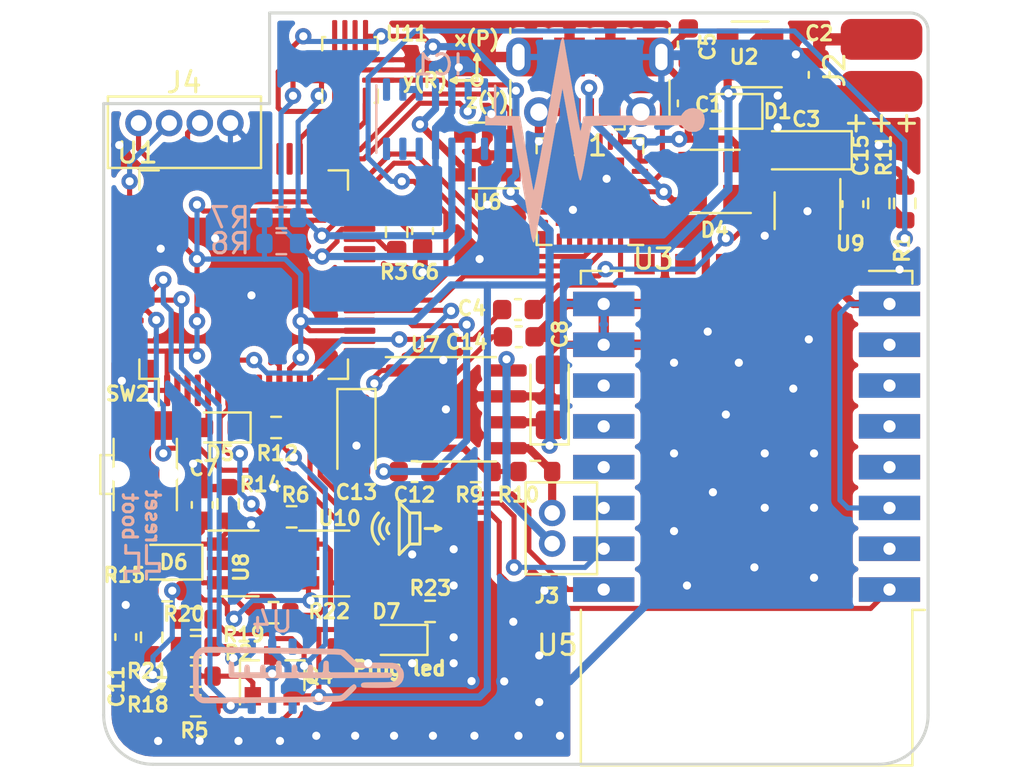
<source format=kicad_pcb>
(kicad_pcb (version 20171130) (host pcbnew "(5.1.7)-1")
  (layers (0 F.Cu signal) (31 B.Cu signal) (34 B.Paste user) (35 F.Paste user) (36 B.SilkS user) (37 F.SilkS user) (38 B.Mask user) (39 F.Mask user) (44 Edge.Cuts user))
  (net 0 "")
  (net 1 GND)
  (net 2 +5V)
  (net 3 +3V3)
  (net 4 /Rst_wifi)
  (net 5 /En_wifi)
  (net 6 "Net-(R3-Pad2)")
  (net 7 /DIO)
  (net 8 /CLK)
  (net 9 "Net-(C4-Pad2)")
  (net 10 /res)
  (net 11 /audio)
  (net 12 "Net-(D4-Pad4)")
  (net 13 "Net-(D4-Pad3)")
  (net 14 "Net-(D5-Pad2)")
  (net 15 "Net-(D5-Pad1)")
  (net 16 "Net-(IC1-Pad11)")
  (net 17 /SDA_puls)
  (net 18 /SCL_puls)
  (net 19 "Net-(J3-Pad1)")
  (net 20 /SDA_temp)
  (net 21 /SCL_temp)
  (net 22 /Tx_debug)
  (net 23 /Rx_debug)
  (net 24 /audio_on)
  (net 25 /Rx_wifi)
  (net 26 /Tx_wifi)
  (net 27 /boot0)
  (net 28 /int_puls)
  (net 29 "Net-(Q4-Pad3)")
  (net 30 "Net-(Q4-Pad1)")
  (net 31 /temp_on)
  (net 32 "Net-(C12-Pad1)")
  (net 33 "Net-(C7-Pad2)")
  (net 34 "Net-(C11-Pad2)")
  (net 35 "Net-(C13-Pad1)")
  (net 36 "Net-(C14-Pad1)")
  (net 37 "Net-(J3-Pad2)")
  (net 38 "Net-(R10-Pad2)")
  (net 39 /pulse_on)
  (net 40 "Net-(D6-Pad2)")
  (net 41 "Net-(D7-Pad1)")
  (net 42 "Net-(R22-Pad2)")
  (net 43 "Net-(R22-Pad1)")
  (net 44 /Vbat)
  (net 45 "Net-(U5-Pad3)")
  (net 46 /Ubat)
  (net 47 /accel_int)
  (module body_temp:DFN-6-1EP_3x3mm_P1mm_EP1.5x2.4mm (layer B.Cu) (at 26.035 47.117 270)
    (fp_text reference U4 (at -2.667 0 180) (layer B.SilkS) (effects (justify mirror)))
    (fp_text value Si7051-A20)
    (pad 6 smd roundrect (at 1.45 1 270) (size 0.8 0.4) (layers B.Cu B.Paste B.Mask) (net 21 /SCL_temp))
    (pad 5 smd roundrect (at 1.45 0 270) (size 0.8 0.4) (layers B.Cu B.Paste B.Mask) (net 29 "Net-(Q4-Pad3)"))
    (pad 4 smd roundrect (at 1.45 -1 270) (size 0.8 0.4) (layers B.Cu B.Paste B.Mask))
    (pad 3 smd roundrect (at -1.45 -1 270) (size 0.8 0.4) (layers B.Cu B.Paste B.Mask))
    (pad 2 smd roundrect (at -1.45 0 270) (size 0.8 0.4) (layers B.Cu B.Paste B.Mask) (net 1 GND))
    (pad 1 smd roundrect (at -1.45 1 270) (size 0.8 0.4) (layers B.Cu B.Paste B.Mask) (net 20 /SDA_temp))
  )
  (module body_temp:temp (layer B.Cu) (at 27.1145 47.117 225)
    (fp_text reference G*** hide)
    (fp_text value LOGO hide)
  )
  (module body_temp:puls (layer B.Cu) (at 42.2275 20.955)
    (fp_text reference G*** hide)
    (fp_text value LOGO hide)
  )
  (module body_temp:accum (layer F.Cu) (at 53.086 17.399 90)
    (fp_text reference J2 (at 0 0.5 90) (layer F.SilkS))
    (fp_text value "Аккумулятор  на плату")
    (pad 2 smd roundrect (at 1.5 2.8 90) (size 2 4) (layers F.Cu F.Paste F.Mask) (net 1 GND))
    (pad 1 smd roundrect (at -1.05 2.8 90) (size 2 4) (layers F.Cu F.Paste F.Mask) (net 44 /Vbat))
  )
  (module body_temp:LGA-14_3x2.5mm_P0.5mm_LayoutBorder3x4y (layer F.Cu) (at 29.845 17.399 90)
    (fp_text reference U11 (at 1.778 2.794 180) (layer F.SilkS) (effects (font (size 0.7 0.7))))
    (fp_text value LSM6DS3)
    (pad 14 smd roundrect (at -0.5254 -1.3951 90) (size 0.25 1.6) (layers F.Cu F.Paste F.Mask) (net 17 /SDA_puls))
    (pad 12 smd roundrect (at 0.5 -1.397 90) (size 0.25 1.6) (layers F.Cu F.Paste F.Mask) (net 3 +3V3))
    (pad 11 smd roundrect (at 1.6451 -0.75 90) (size 1.6 0.25) (layers F.Cu F.Paste F.Mask))
    (pad 8 smd roundrect (at 1.651 0.762 90) (size 1.6 0.25) (layers F.Cu F.Paste F.Mask) (net 3 +3V3))
    (pad 7 smd roundrect (at 0.5 1.3951 90) (size 0.25 1.6) (layers F.Cu F.Paste F.Mask) (net 1 GND))
    (pad 5 smd roundrect (at -0.5 1.3951 90) (size 0.25 1.6) (layers F.Cu F.Paste F.Mask) (net 3 +3V3))
    (pad 1 smd roundrect (at -1.6705 -0.75 90) (size 1.6 0.25) (layers F.Cu F.Paste F.Mask) (net 3 +3V3))
    (pad 4 smd roundrect (at -1.6705 0.75 90) (size 1.6 0.25) (layers F.Cu F.Paste F.Mask) (net 47 /accel_int))
    (pad 13 smd roundrect (at -0.0254 -1.3951 90) (size 0.25 1.6) (layers F.Cu F.Paste F.Mask) (net 18 /SCL_puls))
    (pad 10 smd roundrect (at 1.6451 -0.25 90) (size 1.6 0.25) (layers F.Cu F.Paste F.Mask))
    (pad 9 smd roundrect (at 1.6451 0.25 90) (size 1.6 0.25) (layers F.Cu F.Paste F.Mask))
    (pad 6 smd roundrect (at 0 1.3951 90) (size 0.25 1.6) (layers F.Cu F.Paste F.Mask) (net 1 GND))
    (pad 3 smd roundrect (at -1.6705 0.25 90) (size 1.6 0.25) (layers F.Cu F.Paste F.Mask) (net 1 GND))
    (pad 2 smd roundrect (at -1.67132 -0.25 90) (size 1.6 0.25) (layers F.Cu F.Paste F.Mask) (net 1 GND))
  )
  (module body_temp:KLS7-TS6335 (layer F.Cu) (at 20.565 34.831 270)
    (fp_text reference SW2 (at -1.557 1.609 180) (layer F.SilkS) (effects (font (size 0.7 0.7))))
    (fp_text value Prog_button)
    (pad "" np_thru_hole circle (at 2.38 2.15 270) (size 0.7 0.7) (drill 0.7) (layers *.Cu *.Mask))
    (pad "" np_thru_hole circle (at 2.38 -0.55 270) (size 0.7 0.7) (drill 0.7) (layers *.Cu *.Mask))
    (pad 2 smd rect (at 0 1.65 270) (size 1.4 1.05) (layers F.Cu F.Paste F.Mask) (net 3 +3V3))
    (pad 2 smd rect (at 4.75 1.65 270) (size 1.4 1.05) (layers F.Cu F.Paste F.Mask) (net 3 +3V3))
    (pad 1 smd rect (at 0 -0.05 270) (size 1.4 1.05) (layers F.Cu F.Paste F.Mask) (net 40 "Net-(D6-Pad2)"))
    (pad 1 smd rect (at 4.75 -0.05 270) (size 1.4 1.05) (layers F.Cu F.Paste F.Mask) (net 40 "Net-(D6-Pad2)"))
  )
  (module body_temp:ZH_Conn_04x01 (layer F.Cu) (at 22.987 17.0025)
    (fp_text reference J4 (at -1.27 1.016) (layer F.SilkS))
    (fp_text value ST-Link)
    (pad 4 thru_hole circle (at 1 3) (size 1.3 1.3) (drill 0.762) (layers *.Cu *.Mask) (net 1 GND))
    (pad 3 thru_hole circle (at -0.5 3) (size 1.3 1.3) (drill 0.762) (layers *.Cu *.Mask) (net 7 /DIO))
    (pad 2 thru_hole circle (at -2 3) (size 1.3 1.3) (drill 0.762) (layers *.Cu *.Mask) (net 8 /CLK))
    (pad 1 thru_hole circle (at -3.5 3) (size 1.3 1.3) (drill 0.762) (layers *.Cu *.Mask) (net 3 +3V3))
  )
  (module body_temp:USB_Micro-B_Molex-105017-0001 (layer F.Cu) (at 41.6 18.0015 180)
    (fp_text reference J1 (at 0 -3.1125) (layer F.SilkS))
    (fp_text value USB_B_Micro)
    (pad 6 smd rect (at 1 1.2375 180) (size 1.5 1.9) (layers F.Cu F.Paste F.Mask) (net 1 GND))
    (pad 6 thru_hole circle (at -2.5 -1.4625 180) (size 1.45 1.45) (drill 0.85) (layers *.Cu *.Mask) (net 1 GND))
    (pad 2 smd rect (at -0.65 -1.4625 180) (size 0.4 1.35) (layers F.Cu F.Paste F.Mask) (net 13 "Net-(D4-Pad3)"))
    (pad 1 smd rect (at -1.3 -1.4625 180) (size 0.4 1.35) (layers F.Cu F.Paste F.Mask) (net 2 +5V))
    (pad 5 smd rect (at 1.3 -1.4625 180) (size 0.4 1.35) (layers F.Cu F.Paste F.Mask) (net 1 GND))
    (pad 4 smd rect (at 0.65 -1.4625 180) (size 0.4 1.35) (layers F.Cu F.Paste F.Mask))
    (pad 3 smd rect (at 0 -1.4625 180) (size 0.4 1.35) (layers F.Cu F.Paste F.Mask) (net 12 "Net-(D4-Pad4)"))
    (pad 6 thru_hole circle (at 2.5 -1.4625 180) (size 1.45 1.45) (drill 0.85) (layers *.Cu *.Mask) (net 1 GND))
    (pad 6 smd rect (at -1 1.2375 180) (size 1.5 1.9) (layers F.Cu F.Paste F.Mask) (net 1 GND))
    (pad 6 thru_hole oval (at -3.5 1.2375) (size 1.2 1.9) (drill oval 0.6 1.3) (layers *.Cu *.Mask) (net 1 GND))
    (pad 6 thru_hole oval (at 3.5 1.2375 180) (size 1.2 1.9) (drill oval 0.6 1.3) (layers *.Cu *.Mask) (net 1 GND))
    (pad 6 smd rect (at 2.9 1.2375 180) (size 1.2 1.9) (layers F.Cu F.Mask) (net 1 GND))
    (pad 6 smd rect (at -2.9 1.2375 180) (size 1.2 1.9) (layers F.Cu F.Mask) (net 1 GND))
  )
  (module Package_TO_SOT_SMD:SOT-23-5 (layer F.Cu) (at 52.258 24.3 270)
    (fp_text reference U9 (at 1.608 -2.098 180) (layer F.SilkS) (effects (font (size 0.7 0.7))))
    (fp_text value LM8805-3.3)
    (pad 5 smd rect (at 1.1 -0.95 270) (size 1.06 0.65) (layers F.Cu F.Paste F.Mask) (net 45 "Net-(U5-Pad3)"))
    (pad 4 smd rect (at 1.1 0.95 270) (size 1.06 0.65) (layers F.Cu F.Paste F.Mask))
    (pad 3 smd rect (at -1.1 0.95 270) (size 1.06 0.65) (layers F.Cu F.Paste F.Mask) (net 5 /En_wifi))
    (pad 2 smd rect (at -1.1 0 270) (size 1.06 0.65) (layers F.Cu F.Paste F.Mask) (net 1 GND))
    (pad 1 smd rect (at -1.1 -0.95 270) (size 1.06 0.65) (layers F.Cu F.Paste F.Mask) (net 44 /Vbat))
  )
  (module body_temp:ESP-12E (layer F.Cu) (at 49.276 39.37 180)
    (fp_text reference U5 (at 9.271 -6.223) (layer F.SilkS))
    (fp_text value ESP-12F)
    (pad 1 thru_hole rect (at -7 -3.5 180) (size 3 1.2) (drill 0.6) (layers *.Cu *.Mask) (net 4 /Rst_wifi))
    (pad 2 thru_hole rect (at -7 -1.5 180) (size 3 1.2) (drill 0.6) (layers *.Cu *.Mask))
    (pad 3 thru_hole rect (at -7 0.5 180) (size 3 1.2) (drill 0.6) (layers *.Cu *.Mask) (net 45 "Net-(U5-Pad3)"))
    (pad 4 thru_hole rect (at -7 2.5 180) (size 3 1.2) (drill 0.6) (layers *.Cu *.Mask))
    (pad 5 thru_hole rect (at -7 4.5 180) (size 3 1.2) (drill 0.6) (layers *.Cu *.Mask))
    (pad 6 thru_hole rect (at -7 6.5 180) (size 3 1.2) (drill 0.6) (layers *.Cu *.Mask))
    (pad 7 thru_hole rect (at -7 8.5 180) (size 3 1.2) (drill 0.6) (layers *.Cu *.Mask))
    (pad 8 thru_hole rect (at -7 10.5 180) (size 3 1.2) (drill 0.6) (layers *.Cu *.Mask) (net 45 "Net-(U5-Pad3)"))
    (pad 9 smd rect (at -5 12.45 180) (size 1 1) (layers F.Cu F.Paste F.Mask))
    (pad 10 smd rect (at -3 12.45 180) (size 1 1) (layers F.Cu F.Paste F.Mask))
    (pad 11 smd rect (at -1 12.45 180) (size 1 1) (layers F.Cu F.Paste F.Mask))
    (pad 12 smd rect (at 1 12.45 180) (size 1 1) (layers F.Cu F.Paste F.Mask))
    (pad 13 smd rect (at 3 12.45 180) (size 1 1) (layers F.Cu F.Paste F.Mask))
    (pad 14 smd rect (at 5 12.45 180) (size 1 1) (layers F.Cu F.Paste F.Mask))
    (pad 15 thru_hole rect (at 7 10.5 180) (size 3 1.2) (drill 0.6) (layers *.Cu *.Mask) (net 1 GND))
    (pad 16 thru_hole rect (at 7 8.5 180) (size 3 1.2) (drill 0.6) (layers *.Cu *.Mask) (net 1 GND))
    (pad 17 thru_hole rect (at 7 6.5 180) (size 3 1.2) (drill 0.6) (layers *.Cu *.Mask))
    (pad 18 thru_hole rect (at 7 4.5 180) (size 3 1.2) (drill 0.6) (layers *.Cu *.Mask))
    (pad 19 thru_hole rect (at 7 2.5 180) (size 3 1.2) (drill 0.6) (layers *.Cu *.Mask))
    (pad 20 thru_hole rect (at 7 0.5 180) (size 3 1.2) (drill 0.6) (layers *.Cu *.Mask))
    (pad 21 thru_hole rect (at 7 -1.5 180) (size 3 1.2) (drill 0.6) (layers *.Cu *.Mask) (net 26 /Tx_wifi))
    (pad 22 thru_hole rect (at 7 -3.5 180) (size 3 1.2) (drill 0.6) (layers *.Cu *.Mask) (net 25 /Rx_wifi))
  )
  (module body_temp:ZH_Conn_02x01 (layer F.Cu) (at 36.751 37.116 90)
    (fp_text reference J3 (at -6.064 2.746 180) (layer F.SilkS) (effects (font (size 0.7 0.7))))
    (fp_text value "Динамик на плату")
    (pad 1 thru_hole circle (at -3.5 3 90) (size 1.3 1.3) (drill 0.762) (layers *.Cu *.Mask) (net 19 "Net-(J3-Pad1)"))
    (pad 2 thru_hole circle (at -2 3 90) (size 1.3 1.3) (drill 0.762) (layers *.Cu *.Mask) (net 37 "Net-(J3-Pad2)"))
  )
  (module Package_TO_SOT_SMD:SOT-23-6 (layer F.Cu) (at 28.913 41.5925)
    (fp_text reference U10 (at 0.424 -2.2225) (layer F.SilkS) (effects (font (size 0.7 0.7))))
    (fp_text value 74LVC2G14)
    (pad 5 smd rect (at 1.1 0) (size 1.06 0.65) (layers F.Cu F.Paste F.Mask) (net 3 +3V3))
    (pad 6 smd rect (at 1.1 -0.95) (size 1.06 0.65) (layers F.Cu F.Paste F.Mask) (net 27 /boot0))
    (pad 4 smd rect (at 1.1 0.95) (size 1.06 0.65) (layers F.Cu F.Paste F.Mask) (net 42 "Net-(R22-Pad2)"))
    (pad 3 smd rect (at -1.1 0.95) (size 1.06 0.65) (layers F.Cu F.Paste F.Mask) (net 34 "Net-(C11-Pad2)"))
    (pad 2 smd rect (at -1.1 0) (size 1.06 0.65) (layers F.Cu F.Paste F.Mask) (net 1 GND))
    (pad 1 smd rect (at -1.1 -0.95) (size 1.06 0.65) (layers F.Cu F.Paste F.Mask) (net 42 "Net-(R22-Pad2)"))
  )
  (module Package_TO_SOT_SMD:SOT-23-6 (layer F.Cu) (at 24.468 41.59)
    (fp_text reference U8 (at 0.043 0.193 90) (layer F.SilkS) (effects (font (size 0.7 0.7))))
    (fp_text value 74LVC2G14)
    (pad 5 smd rect (at 1.1 0) (size 1.06 0.65) (layers F.Cu F.Paste F.Mask) (net 3 +3V3))
    (pad 6 smd rect (at 1.1 -0.95) (size 1.06 0.65) (layers F.Cu F.Paste F.Mask) (net 43 "Net-(R22-Pad1)"))
    (pad 4 smd rect (at 1.1 0.95) (size 1.06 0.65) (layers F.Cu F.Paste F.Mask) (net 10 /res))
    (pad 3 smd rect (at -1.1 0.95) (size 1.06 0.65) (layers F.Cu F.Paste F.Mask) (net 40 "Net-(D6-Pad2)"))
    (pad 2 smd rect (at -1.1 0) (size 1.06 0.65) (layers F.Cu F.Paste F.Mask) (net 1 GND))
    (pad 1 smd rect (at -1.1 -0.95) (size 1.06 0.65) (layers F.Cu F.Paste F.Mask) (net 33 "Net-(C7-Pad2)"))
  )
  (module Resistor_SMD:R_0603_1608Metric (layer F.Cu) (at 33.769 43.942)
    (fp_text reference R23 (at 0.013 -1.143) (layer F.SilkS) (effects (font (size 0.7 0.7))))
    (fp_text value 1k)
    (pad 2 smd roundrect (at 0.825 0) (size 0.8 0.95) (layers F.Cu F.Paste F.Mask) (net 1 GND))
    (pad 1 smd roundrect (at -0.825 0) (size 0.8 0.95) (layers F.Cu F.Paste F.Mask) (net 41 "Net-(D7-Pad1)"))
  )
  (module Resistor_SMD:R_0603_1608Metric (layer F.Cu) (at 26.099 44.0055)
    (fp_text reference R22 (at 2.73 -0.0635) (layer F.SilkS) (effects (font (size 0.7 0.7))))
    (fp_text value 10k)
    (pad 2 smd roundrect (at 0.825 0) (size 0.8 0.95) (layers F.Cu F.Paste F.Mask) (net 42 "Net-(R22-Pad2)"))
    (pad 1 smd roundrect (at -0.825 0) (size 0.8 0.95) (layers F.Cu F.Paste F.Mask) (net 43 "Net-(R22-Pad1)"))
  )
  (module Resistor_SMD:R_0603_1608Metric (layer F.Cu) (at 20.1295 45.2125 90)
    (fp_text reference R21 (at -1.6505 -0.1905 180) (layer F.SilkS) (effects (font (size 0.7 0.7))))
    (fp_text value 150k)
    (pad 2 smd roundrect (at 0.825 0 90) (size 0.8 0.95) (layers F.Cu F.Paste F.Mask) (net 1 GND))
    (pad 1 smd roundrect (at -0.825 0 90) (size 0.8 0.95) (layers F.Cu F.Paste F.Mask) (net 34 "Net-(C11-Pad2)"))
  )
  (module Resistor_SMD:R_0603_1608Metric (layer F.Cu) (at 20.891 42.926)
    (fp_text reference R20 (at 0.826 1.143) (layer F.SilkS) (effects (font (size 0.7 0.7))))
    (fp_text value 50k)
    (pad 2 smd roundrect (at 0.825 0) (size 0.8 0.95) (layers F.Cu F.Paste F.Mask) (net 34 "Net-(C11-Pad2)"))
    (pad 1 smd roundrect (at -0.825 0) (size 0.8 0.95) (layers F.Cu F.Paste F.Mask) (net 40 "Net-(D6-Pad2)"))
  )
  (module Resistor_SMD:R_0603_1608Metric (layer F.Cu) (at 18.849 42.1 90)
    (fp_text reference R15 (at -0.064 -0.053 180) (layer F.SilkS) (effects (font (size 0.7 0.7))))
    (fp_text value 10k)
    (pad 2 smd roundrect (at 0.825 0 90) (size 0.8 0.95) (layers F.Cu F.Paste F.Mask) (net 40 "Net-(D6-Pad2)"))
    (pad 1 smd roundrect (at -0.825 0 90) (size 0.8 0.95) (layers F.Cu F.Paste F.Mask) (net 1 GND))
  )
  (module Resistor_SMD:R_0603_1608Metric (layer F.Cu) (at 23.876 38.672 90)
    (fp_text reference R14 (at 0.953 1.5875 180) (layer F.SilkS) (effects (font (size 0.7 0.7))))
    (fp_text value 50k)
    (pad 2 smd roundrect (at 0.825 0 90) (size 0.8 0.95) (layers F.Cu F.Paste F.Mask) (net 1 GND))
    (pad 1 smd roundrect (at -0.825 0 90) (size 0.8 0.95) (layers F.Cu F.Paste F.Mask) (net 33 "Net-(C7-Pad2)"))
  )
  (module Resistor_SMD:R_0603_1608Metric (layer F.Cu) (at 26.987 39.3065 180)
    (fp_text reference R6 (at -0.191 1.0795) (layer F.SilkS) (effects (font (size 0.7 0.7))))
    (fp_text value 10k)
    (pad 2 smd roundrect (at 0.825 0 180) (size 0.8 0.95) (layers F.Cu F.Paste F.Mask) (net 10 /res))
    (pad 1 smd roundrect (at -0.825 0 180) (size 0.8 0.95) (layers F.Cu F.Paste F.Mask) (net 42 "Net-(R22-Pad2)"))
  )
  (module LED_SMD:LED_0603_1608Metric (layer F.Cu) (at 32.1565 45.339 180)
    (fp_text reference D7 (at 0.5335 1.397) (layer F.SilkS) (effects (font (size 0.7 0.7))))
    (fp_text value "Прог. вкл")
    (pad 2 smd roundrect (at 0.7875 0 180) (size 0.875 0.95) (layers F.Cu F.Paste F.Mask) (net 27 /boot0))
    (pad 1 smd roundrect (at -0.7875 0 180) (size 0.875 0.95) (layers F.Cu F.Paste F.Mask) (net 41 "Net-(D7-Pad1)"))
  )
  (module Diode_SMD:D_SOD-323 (layer F.Cu) (at 21.116 41.529 180)
    (fp_text reference D6 (at -0.093 0) (layer F.SilkS) (effects (font (size 0.7 0.7))))
    (fp_text value BAS316)
    (pad 2 smd rect (at 1.05 0 180) (size 0.6 0.45) (layers F.Cu F.Paste F.Mask) (net 40 "Net-(D6-Pad2)"))
    (pad 1 smd rect (at -1.05 0 180) (size 0.6 0.45) (layers F.Cu F.Paste F.Mask) (net 33 "Net-(C7-Pad2)"))
  )
  (module Package_SO:SOIC-8_3.9x4.9mm_P1.27mm (layer F.Cu) (at 35.052 34.036)
    (fp_text reference U7 (at -1.524 -3.175) (layer F.SilkS) (effects (font (size 0.7 0.7))))
    (fp_text value LM4818)
    (pad 8 smd roundrect (at 2.475 -1.905) (size 1.95 0.6) (layers F.Cu F.Paste F.Mask) (net 19 "Net-(J3-Pad1)"))
    (pad 7 smd roundrect (at 2.475 -0.635) (size 1.95 0.6) (layers F.Cu F.Paste F.Mask) (net 1 GND))
    (pad 6 smd roundrect (at 2.475 0.635) (size 1.95 0.6) (layers F.Cu F.Paste F.Mask) (net 3 +3V3))
    (pad 5 smd roundrect (at 2.475 1.905) (size 1.95 0.6) (layers F.Cu F.Paste F.Mask) (net 37 "Net-(J3-Pad2)"))
    (pad 4 smd roundrect (at -2.475 1.905) (size 1.95 0.6) (layers F.Cu F.Paste F.Mask) (net 38 "Net-(R10-Pad2)"))
    (pad 3 smd roundrect (at -2.475 0.635) (size 1.95 0.6) (layers F.Cu F.Paste F.Mask) (net 35 "Net-(C13-Pad1)"))
    (pad 2 smd roundrect (at -2.475 -0.635) (size 1.95 0.6) (layers F.Cu F.Paste F.Mask) (net 36 "Net-(C14-Pad1)"))
    (pad 1 smd roundrect (at -2.475 -1.905) (size 1.95 0.6) (layers F.Cu F.Paste F.Mask) (net 24 /audio_on))
  )
  (module Package_TO_SOT_SMD:SOT-23-5 (layer F.Cu) (at 36.576 21.59 180)
    (fp_text reference U6 (at 0 -2.286) (layer F.SilkS) (effects (font (size 0.7 0.7))))
    (fp_text value TPS76318)
    (pad 5 smd rect (at 1.1 -0.95 180) (size 1.06 0.65) (layers F.Cu F.Paste F.Mask) (net 16 "Net-(IC1-Pad11)"))
    (pad 4 smd rect (at 1.1 0.95 180) (size 1.06 0.65) (layers F.Cu F.Paste F.Mask))
    (pad 3 smd rect (at -1.1 0.95 180) (size 1.06 0.65) (layers F.Cu F.Paste F.Mask) (net 39 /pulse_on))
    (pad 2 smd rect (at -1.1 0 180) (size 1.06 0.65) (layers F.Cu F.Paste F.Mask) (net 1 GND))
    (pad 1 smd rect (at -1.1 -0.95 180) (size 1.06 0.65) (layers F.Cu F.Paste F.Mask) (net 3 +3V3))
  )
  (module Package_TO_SOT_SMD:SOT-23-5 (layer F.Cu) (at 49.446 16.637 180)
    (fp_text reference U2 (at 0.297 -0.127) (layer F.SilkS) (effects (font (size 0.7 0.7))))
    (fp_text value LM8805-3.3)
    (pad 5 smd rect (at 1.1 -0.95 180) (size 1.06 0.65) (layers F.Cu F.Paste F.Mask) (net 3 +3V3))
    (pad 4 smd rect (at 1.1 0.95 180) (size 1.06 0.65) (layers F.Cu F.Paste F.Mask))
    (pad 3 smd rect (at -1.1 0.95 180) (size 1.06 0.65) (layers F.Cu F.Paste F.Mask) (net 44 /Vbat))
    (pad 2 smd rect (at -1.1 0 180) (size 1.06 0.65) (layers F.Cu F.Paste F.Mask) (net 1 GND))
    (pad 1 smd rect (at -1.1 -0.95 180) (size 1.06 0.65) (layers F.Cu F.Paste F.Mask) (net 44 /Vbat))
  )
  (module Resistor_SMD:R_0603_1608Metric (layer F.Cu) (at 57.023 23.94 90)
    (fp_text reference R1 (at -2.223 -0.127 90) (layer F.SilkS) (effects (font (size 0.7 0.7))))
    (fp_text value 10k)
    (pad 2 smd roundrect (at 0.825 0 90) (size 0.8 0.95) (layers F.Cu F.Paste F.Mask) (net 44 /Vbat))
    (pad 1 smd roundrect (at -0.825 0 90) (size 0.8 0.95) (layers F.Cu F.Paste F.Mask) (net 46 /Ubat))
  )
  (module Diode_SMD:D_SOD-323 (layer F.Cu) (at 48.548 19.431 180)
    (fp_text reference D1 (at -2.252 0) (layer F.SilkS) (effects (font (size 0.7 0.7))))
    (fp_text value BAS316)
    (pad 2 smd rect (at 1.05 0 180) (size 0.6 0.45) (layers F.Cu F.Paste F.Mask) (net 2 +5V))
    (pad 1 smd rect (at -1.05 0 180) (size 0.6 0.45) (layers F.Cu F.Paste F.Mask) (net 44 /Vbat))
  )
  (module Capacitor_SMD:C_0603_1608Metric (layer F.Cu) (at 54.483 23.975 90)
    (fp_text reference C15 (at 2.385 0.381 270) (layer F.SilkS) (effects (font (size 0.7 0.7))))
    (fp_text value 10uF)
    (pad 2 smd roundrect (at 0.775 0 90) (size 0.9 0.95) (layers F.Cu F.Paste F.Mask) (net 44 /Vbat))
    (pad 1 smd roundrect (at -0.775 0 90) (size 0.9 0.95) (layers F.Cu F.Paste F.Mask) (net 1 GND))
  )
  (module Capacitor_SMD:C_0603_1608Metric (layer F.Cu) (at 38.113 30.48)
    (fp_text reference C14 (at -2.553 0.254) (layer F.SilkS) (effects (font (size 0.7 0.7))))
    (fp_text value 0.1uF)
    (pad 2 smd roundrect (at 0.775 0) (size 0.9 0.95) (layers F.Cu F.Paste F.Mask) (net 1 GND))
    (pad 1 smd roundrect (at -0.775 0) (size 0.9 0.95) (layers F.Cu F.Paste F.Mask) (net 36 "Net-(C14-Pad1)"))
  )
  (module Capacitor_Tantalum_SMD:CP_EIA-3216-18_Kemet-A (layer F.Cu) (at 30.1625 35.353 270)
    (fp_text reference C13 (at 2.747 0 180) (layer F.SilkS) (effects (font (size 0.7 0.7))))
    (fp_text value 1uF)
    (pad 2 smd roundrect (at 1.35 0 270) (size 1.4 1.35) (layers F.Cu F.Paste F.Mask) (roundrect_rratio 0.1851844444444445) (net 1 GND))
    (pad 1 smd roundrect (at -1.35 0 270) (size 1.4 1.35) (layers F.Cu F.Paste F.Mask) (roundrect_rratio 0.1851844444444445) (net 35 "Net-(C13-Pad1)"))
  )
  (module Capacitor_SMD:C_0603_1608Metric (layer F.Cu) (at 33.007 37.084 180)
    (fp_text reference C12 (at 0 -1.143) (layer F.SilkS) (effects (font (size 0.7 0.7))))
    (fp_text value 0.47uF)
    (pad 2 smd roundrect (at 0.775 0 180) (size 0.9 0.95) (layers F.Cu F.Paste F.Mask) (net 11 /audio))
    (pad 1 smd roundrect (at -0.775 0 180) (size 0.9 0.95) (layers F.Cu F.Paste F.Mask) (net 32 "Net-(C12-Pad1)"))
  )
  (module Capacitor_SMD:C_0603_1608Metric (layer F.Cu) (at 18.8595 45.199 270)
    (fp_text reference C11 (at 2.426 0.4445 90) (layer F.SilkS) (effects (font (size 0.7 0.7))))
    (fp_text value 10uF)
    (pad 2 smd roundrect (at 0.775 0 270) (size 0.9 0.95) (layers F.Cu F.Paste F.Mask) (net 34 "Net-(C11-Pad2)"))
    (pad 1 smd roundrect (at -0.775 0 270) (size 0.9 0.95) (layers F.Cu F.Paste F.Mask) (net 1 GND))
  )
  (module Capacitor_SMD:C_0603_1608Metric (layer F.Cu) (at 22.606 38.722 270)
    (fp_text reference C7 (at -1.791 -0.059 180) (layer F.SilkS) (effects (font (size 0.7 0.7))))
    (fp_text value 10uF)
    (pad 2 smd roundrect (at 0.775 0 270) (size 0.9 0.95) (layers F.Cu F.Paste F.Mask) (net 33 "Net-(C7-Pad2)"))
    (pad 1 smd roundrect (at -0.775 0 270) (size 0.9 0.95) (layers F.Cu F.Paste F.Mask) (net 1 GND))
  )
  (module Capacitor_SMD:C_0603_1608Metric (layer F.Cu) (at 33.401 25.3005 90)
    (fp_text reference C6 (at -2.0045 0.127 180) (layer F.SilkS) (effects (font (size 0.7 0.7))))
    (fp_text value 10uF)
    (pad 2 smd roundrect (at 0.775 0 90) (size 0.9 0.95) (layers F.Cu F.Paste F.Mask) (net 3 +3V3))
    (pad 1 smd roundrect (at -0.775 0 90) (size 0.9 0.95) (layers F.Cu F.Paste F.Mask) (net 1 GND))
  )
  (module Capacitor_SMD:C_0603_1608Metric (layer F.Cu) (at 46.4185 16.142 270)
    (fp_text reference C5 (at 0.114 -0.9525 90) (layer F.SilkS) (effects (font (size 0.7 0.7))))
    (fp_text value 10uF)
    (pad 2 smd roundrect (at 0.775 0 270) (size 0.9 0.95) (layers F.Cu F.Paste F.Mask) (net 3 +3V3))
    (pad 1 smd roundrect (at -0.775 0 270) (size 0.9 0.95) (layers F.Cu F.Paste F.Mask) (net 1 GND))
  )
  (module Capacitor_SMD:C_0603_1608Metric (layer F.Cu) (at 52.832 17.64 270)
    (fp_text reference C2 (at -2.032 0 180) (layer F.SilkS) (effects (font (size 0.7 0.7))))
    (fp_text value 10uF)
    (pad 2 smd roundrect (at 0.775 0 270) (size 0.9 0.95) (layers F.Cu F.Paste F.Mask) (net 44 /Vbat))
    (pad 1 smd roundrect (at -0.775 0 270) (size 0.9 0.95) (layers F.Cu F.Paste F.Mask) (net 1 GND))
  )
  (module Resistor_SMD:R_0603_1608Metric (layer F.Cu) (at 22.289 44.323 180)
    (fp_text reference R19 (at -2.349 -0.762) (layer F.SilkS) (effects (font (size 0.7 0.7))))
    (fp_text value 100)
    (pad 2 smd roundrect (at 0.825 0 180) (size 0.8 0.95) (layers F.Cu F.Paste F.Mask) (net 30 "Net-(Q4-Pad1)"))
    (pad 1 smd roundrect (at -0.825 0 180) (size 0.8 0.95) (layers F.Cu F.Paste F.Mask) (net 31 /temp_on))
  )
  (module Resistor_SMD:R_0603_1608Metric (layer F.Cu) (at 22.288 47.117)
    (fp_text reference R18 (at -2.349 1.397) (layer F.SilkS) (effects (font (size 0.7 0.7))))
    (fp_text value 10k)
    (pad 2 smd roundrect (at 0.825 0) (size 0.8 0.95) (layers F.Cu F.Paste F.Mask) (net 30 "Net-(Q4-Pad1)"))
    (pad 1 smd roundrect (at -0.825 0) (size 0.8 0.95) (layers F.Cu F.Paste F.Mask) (net 3 +3V3))
  )
  (module Package_TO_SOT_SMD:SOT-23 (layer F.Cu) (at 26.035 47.101 90)
    (fp_text reference Q4 (at -0.016 2.286 180) (layer F.SilkS) (effects (font (size 0.7 0.7))))
    (fp_text value IRLML6402)
    (pad 3 smd rect (at 1 0 90) (size 0.9 0.8) (layers F.Cu F.Paste F.Mask) (net 29 "Net-(Q4-Pad3)"))
    (pad 2 smd rect (at -1 0.95 90) (size 0.9 0.8) (layers F.Cu F.Paste F.Mask) (net 3 +3V3))
    (pad 1 smd rect (at -1 -0.95 90) (size 0.9 0.8) (layers F.Cu F.Paste F.Mask) (net 30 "Net-(Q4-Pad1)"))
  )
  (module body_temp:Maxim_OLGA-14_3.3x5.6mm_P0.8mm (layer B.Cu) (at 34.036 19.812 90)
    (fp_text reference IC1 (at 2.667 0.127) (layer B.SilkS) (effects (justify mirror)))
    (fp_text value MAX30102)
    (pad 14 smd roundrect (at 1.454 2.4 90) (size 1.1 0.35) (layers B.Cu B.Paste B.Mask))
    (pad 13 smd roundrect (at 1.454 1.6 90) (size 1.1 0.35) (layers B.Cu B.Paste B.Mask) (net 28 /int_puls))
    (pad 12 smd roundrect (at 1.454 0.8 90) (size 1.1 0.35) (layers B.Cu B.Paste B.Mask) (net 1 GND))
    (pad 11 smd roundrect (at 1.454 0 90) (size 1.1 0.35) (layers B.Cu B.Paste B.Mask) (net 16 "Net-(IC1-Pad11)"))
    (pad 10 smd roundrect (at 1.454 -0.8 90) (size 1.1 0.35) (layers B.Cu B.Paste B.Mask) (net 3 +3V3))
    (pad 9 smd roundrect (at 1.454 -1.6 90) (size 1.1 0.35) (layers B.Cu B.Paste B.Mask) (net 3 +3V3))
    (pad 8 smd roundrect (at 1.454 -2.4 90) (size 1.1 0.35) (layers B.Cu B.Paste B.Mask))
    (pad 7 smd roundrect (at -1.454 -2.4 90) (size 1.1 0.35) (layers B.Cu B.Paste B.Mask))
    (pad 6 smd roundrect (at -1.454 -1.6 90) (size 1.1 0.35) (layers B.Cu B.Paste B.Mask))
    (pad 5 smd roundrect (at -1.454 -0.8 90) (size 1.1 0.35) (layers B.Cu B.Paste B.Mask))
    (pad 4 smd roundrect (at -1.454 0 90) (size 1.1 0.35) (layers B.Cu B.Paste B.Mask) (net 1 GND))
    (pad 3 smd roundrect (at -1.454 0.8 90) (size 1.1 0.35) (layers B.Cu B.Paste B.Mask) (net 17 /SDA_puls))
    (pad 2 smd roundrect (at -1.454 1.6 90) (size 1.1 0.35) (layers B.Cu B.Paste B.Mask) (net 18 /SCL_puls))
    (pad 1 smd roundrect (at -1.454 2.4 90) (size 1.1 0.35) (layers B.Cu B.Paste B.Mask))
  )
  (module Resistor_SMD:R_0603_1608Metric (layer F.Cu) (at 38.925 37.084 180)
    (fp_text reference R10 (at 0.825 -1.143) (layer F.SilkS) (effects (font (size 0.7 0.7))))
    (fp_text value 22k)
    (pad 2 smd roundrect (at 0.825 0 180) (size 0.8 0.95) (layers F.Cu F.Paste F.Mask) (net 38 "Net-(R10-Pad2)"))
    (pad 1 smd roundrect (at -0.825 0 180) (size 0.8 0.95) (layers F.Cu F.Paste F.Mask) (net 37 "Net-(J3-Pad2)"))
  )
  (module Capacitor_Tantalum_SMD:CP_EIA-3216-18_Kemet-A (layer F.Cu) (at 52.117 21.336 180)
    (fp_text reference C3 (at -0.08 1.524) (layer F.SilkS) (effects (font (size 0.7 0.7))))
    (fp_text value 1uF)
    (pad 2 smd roundrect (at 1.35 0 180) (size 1.4 1.35) (layers F.Cu F.Paste F.Mask) (roundrect_rratio 0.1851844444444445) (net 1 GND))
    (pad 1 smd roundrect (at -1.35 0 180) (size 1.4 1.35) (layers F.Cu F.Paste F.Mask) (roundrect_rratio 0.1851844444444445) (net 44 /Vbat))
  )
  (module Package_DFN_QFN:QFN-28-1EP_5x5mm_P0.5mm_EP3.35x3.35mm (layer F.Cu) (at 41.6 23.368 180)
    (fp_text reference U3 (at -3.104 -3.302) (layer F.SilkS))
    (fp_text value CP2102N-A01-GQFN28)
    (pad 29 smd rect (at 0 0 180) (size 3.35 3.35) (layers F.Cu F.Mask) (net 1 GND))
    (pad 28 smd roundrect (at -1.5 -2.45 180) (size 0.25 0.8) (layers F.Cu F.Paste F.Mask) (net 9 "Net-(C4-Pad2)"))
    (pad 27 smd roundrect (at -1 -2.45 180) (size 0.25 0.8) (layers F.Cu F.Paste F.Mask))
    (pad 26 smd roundrect (at -0.5 -2.45 180) (size 0.25 0.8) (layers F.Cu F.Paste F.Mask) (net 22 /Tx_debug))
    (pad 25 smd roundrect (at 0 -2.45 180) (size 0.25 0.8) (layers F.Cu F.Paste F.Mask) (net 23 /Rx_debug))
    (pad 24 smd roundrect (at 0.5 -2.45 180) (size 0.25 0.8) (layers F.Cu F.Paste F.Mask))
    (pad 23 smd roundrect (at 1 -2.45 180) (size 0.25 0.8) (layers F.Cu F.Paste F.Mask))
    (pad 22 smd roundrect (at 1.5 -2.45 180) (size 0.25 0.8) (layers F.Cu F.Paste F.Mask))
    (pad 21 smd roundrect (at 2.45 -1.5 180) (size 0.8 0.25) (layers F.Cu F.Paste F.Mask))
    (pad 20 smd roundrect (at 2.45 -1 180) (size 0.8 0.25) (layers F.Cu F.Paste F.Mask))
    (pad 19 smd roundrect (at 2.45 -0.5 180) (size 0.8 0.25) (layers F.Cu F.Paste F.Mask))
    (pad 18 smd roundrect (at 2.45 0 180) (size 0.8 0.25) (layers F.Cu F.Paste F.Mask))
    (pad 17 smd roundrect (at 2.45 0.5 180) (size 0.8 0.25) (layers F.Cu F.Paste F.Mask))
    (pad 16 smd roundrect (at 2.45 1 180) (size 0.8 0.25) (layers F.Cu F.Paste F.Mask))
    (pad 15 smd roundrect (at 2.45 1.5 180) (size 0.8 0.25) (layers F.Cu F.Paste F.Mask))
    (pad 14 smd roundrect (at 1.5 2.45 180) (size 0.25 0.8) (layers F.Cu F.Paste F.Mask))
    (pad 13 smd roundrect (at 1 2.45 180) (size 0.25 0.8) (layers F.Cu F.Paste F.Mask))
    (pad 12 smd roundrect (at 0.5 2.45 180) (size 0.25 0.8) (layers F.Cu F.Paste F.Mask))
    (pad 11 smd roundrect (at 0 2.45 180) (size 0.25 0.8) (layers F.Cu F.Paste F.Mask))
    (pad 10 smd roundrect (at -0.5 2.45 180) (size 0.25 0.8) (layers F.Cu F.Paste F.Mask))
    (pad 9 smd roundrect (at -1 2.45 180) (size 0.25 0.8) (layers F.Cu F.Paste F.Mask))
    (pad 8 smd roundrect (at -1.5 2.45 180) (size 0.25 0.8) (layers F.Cu F.Paste F.Mask) (net 2 +5V))
    (pad 7 smd roundrect (at -2.45 1.5 180) (size 0.8 0.25) (layers F.Cu F.Paste F.Mask) (net 2 +5V))
    (pad 6 smd roundrect (at -2.45 1 180) (size 0.8 0.25) (layers F.Cu F.Paste F.Mask))
    (pad 5 smd roundrect (at -2.45 0.5 180) (size 0.8 0.25) (layers F.Cu F.Paste F.Mask) (net 13 "Net-(D4-Pad3)"))
    (pad 4 smd roundrect (at -2.45 0 180) (size 0.8 0.25) (layers F.Cu F.Paste F.Mask) (net 12 "Net-(D4-Pad4)"))
    (pad 3 smd roundrect (at -2.45 -0.5 180) (size 0.8 0.25) (layers F.Cu F.Paste F.Mask) (net 1 GND))
    (pad 2 smd roundrect (at -2.45 -1 180) (size 0.8 0.25) (layers F.Cu F.Paste F.Mask))
    (pad 1 smd roundrect (at -2.45 -1.5 180) (size 0.8 0.25) (layers F.Cu F.Paste F.Mask))
  )
  (module Package_QFP:LQFP-64_10x10mm_P0.5mm (layer F.Cu) (at 24.638 27.432 90)
    (fp_text reference U1 (at 5.969 -5.207 180) (layer F.SilkS))
    (fp_text value STM32F103RCTx)
    (pad 64 smd roundrect (at -3.75 -5.675 90) (size 0.3 1.55) (layers F.Cu F.Paste F.Mask) (net 3 +3V3))
    (pad 63 smd roundrect (at -3.25 -5.675 90) (size 0.3 1.55) (layers F.Cu F.Paste F.Mask) (net 1 GND))
    (pad 62 smd roundrect (at -2.75 -5.675 90) (size 0.3 1.55) (layers F.Cu F.Paste F.Mask))
    (pad 61 smd roundrect (at -2.25 -5.675 90) (size 0.3 1.55) (layers F.Cu F.Paste F.Mask))
    (pad 60 smd roundrect (at -1.75 -5.675 90) (size 0.3 1.55) (layers F.Cu F.Paste F.Mask) (net 27 /boot0))
    (pad 59 smd roundrect (at -1.25 -5.675 90) (size 0.3 1.55) (layers F.Cu F.Paste F.Mask) (net 20 /SDA_temp))
    (pad 58 smd roundrect (at -0.75 -5.675 90) (size 0.3 1.55) (layers F.Cu F.Paste F.Mask) (net 21 /SCL_temp))
    (pad 57 smd roundrect (at -0.25 -5.675 90) (size 0.3 1.55) (layers F.Cu F.Paste F.Mask))
    (pad 56 smd roundrect (at 0.25 -5.675 90) (size 0.3 1.55) (layers F.Cu F.Paste F.Mask))
    (pad 55 smd roundrect (at 0.75 -5.675 90) (size 0.3 1.55) (layers F.Cu F.Paste F.Mask))
    (pad 54 smd roundrect (at 1.25 -5.675 90) (size 0.3 1.55) (layers F.Cu F.Paste F.Mask))
    (pad 53 smd roundrect (at 1.75 -5.675 90) (size 0.3 1.55) (layers F.Cu F.Paste F.Mask))
    (pad 52 smd roundrect (at 2.25 -5.675 90) (size 0.3 1.55) (layers F.Cu F.Paste F.Mask))
    (pad 51 smd roundrect (at 2.75 -5.675 90) (size 0.3 1.55) (layers F.Cu F.Paste F.Mask))
    (pad 50 smd roundrect (at 3.25 -5.675 90) (size 0.3 1.55) (layers F.Cu F.Paste F.Mask))
    (pad 49 smd roundrect (at 3.75 -5.675 90) (size 0.3 1.55) (layers F.Cu F.Paste F.Mask) (net 8 /CLK))
    (pad 48 smd roundrect (at 5.675 -3.75 90) (size 1.55 0.3) (layers F.Cu F.Paste F.Mask) (net 3 +3V3))
    (pad 47 smd roundrect (at 5.675 -3.25 90) (size 1.55 0.3) (layers F.Cu F.Paste F.Mask) (net 1 GND))
    (pad 46 smd roundrect (at 5.675 -2.75 90) (size 1.55 0.3) (layers F.Cu F.Paste F.Mask) (net 7 /DIO))
    (pad 45 smd roundrect (at 5.675 -2.25 90) (size 1.55 0.3) (layers F.Cu F.Paste F.Mask))
    (pad 44 smd roundrect (at 5.675 -1.75 90) (size 1.55 0.3) (layers F.Cu F.Paste F.Mask))
    (pad 43 smd roundrect (at 5.675 -1.25 90) (size 1.55 0.3) (layers F.Cu F.Paste F.Mask) (net 22 /Tx_debug))
    (pad 42 smd roundrect (at 5.675 -0.75 90) (size 1.55 0.3) (layers F.Cu F.Paste F.Mask) (net 23 /Rx_debug))
    (pad 41 smd roundrect (at 5.675 -0.25 90) (size 1.55 0.3) (layers F.Cu F.Paste F.Mask))
    (pad 40 smd roundrect (at 5.675 0.25 90) (size 1.55 0.3) (layers F.Cu F.Paste F.Mask))
    (pad 39 smd roundrect (at 5.675 0.75 90) (size 1.55 0.3) (layers F.Cu F.Paste F.Mask))
    (pad 38 smd roundrect (at 5.675 1.25 90) (size 1.55 0.3) (layers F.Cu F.Paste F.Mask))
    (pad 37 smd roundrect (at 5.675 1.75 90) (size 1.55 0.3) (layers F.Cu F.Paste F.Mask))
    (pad 36 smd roundrect (at 5.675 2.25 90) (size 1.55 0.3) (layers F.Cu F.Paste F.Mask))
    (pad 35 smd roundrect (at 5.675 2.75 90) (size 1.55 0.3) (layers F.Cu F.Paste F.Mask) (net 47 /accel_int))
    (pad 34 smd roundrect (at 5.675 3.25 90) (size 1.55 0.3) (layers F.Cu F.Paste F.Mask) (net 39 /pulse_on))
    (pad 33 smd roundrect (at 5.675 3.75 90) (size 1.55 0.3) (layers F.Cu F.Paste F.Mask) (net 28 /int_puls))
    (pad 32 smd roundrect (at 3.75 5.675 90) (size 0.3 1.55) (layers F.Cu F.Paste F.Mask) (net 3 +3V3))
    (pad 31 smd roundrect (at 3.25 5.675 90) (size 0.3 1.55) (layers F.Cu F.Paste F.Mask) (net 1 GND))
    (pad 30 smd roundrect (at 2.75 5.675 90) (size 0.3 1.55) (layers F.Cu F.Paste F.Mask) (net 17 /SDA_puls))
    (pad 29 smd roundrect (at 2.25 5.675 90) (size 0.3 1.55) (layers F.Cu F.Paste F.Mask) (net 18 /SCL_puls))
    (pad 28 smd roundrect (at 1.75 5.675 90) (size 0.3 1.55) (layers F.Cu F.Paste F.Mask) (net 6 "Net-(R3-Pad2)"))
    (pad 27 smd roundrect (at 1.25 5.675 90) (size 0.3 1.55) (layers F.Cu F.Paste F.Mask))
    (pad 26 smd roundrect (at 0.75 5.675 90) (size 0.3 1.55) (layers F.Cu F.Paste F.Mask))
    (pad 25 smd roundrect (at 0.25 5.675 90) (size 0.3 1.55) (layers F.Cu F.Paste F.Mask))
    (pad 24 smd roundrect (at -0.25 5.675 90) (size 0.3 1.55) (layers F.Cu F.Paste F.Mask))
    (pad 23 smd roundrect (at -0.75 5.675 90) (size 0.3 1.55) (layers F.Cu F.Paste F.Mask) (net 46 /Ubat))
    (pad 22 smd roundrect (at -1.25 5.675 90) (size 0.3 1.55) (layers F.Cu F.Paste F.Mask) (net 5 /En_wifi))
    (pad 21 smd roundrect (at -1.75 5.675 90) (size 0.3 1.55) (layers F.Cu F.Paste F.Mask) (net 24 /audio_on))
    (pad 20 smd roundrect (at -2.25 5.675 90) (size 0.3 1.55) (layers F.Cu F.Paste F.Mask) (net 11 /audio))
    (pad 19 smd roundrect (at -2.75 5.675 90) (size 0.3 1.55) (layers F.Cu F.Paste F.Mask) (net 3 +3V3))
    (pad 18 smd roundrect (at -3.25 5.675 90) (size 0.3 1.55) (layers F.Cu F.Paste F.Mask) (net 1 GND))
    (pad 17 smd roundrect (at -3.75 5.675 90) (size 0.3 1.55) (layers F.Cu F.Paste F.Mask) (net 25 /Rx_wifi))
    (pad 16 smd roundrect (at -5.675 3.75 90) (size 1.55 0.3) (layers F.Cu F.Paste F.Mask) (net 26 /Tx_wifi))
    (pad 15 smd roundrect (at -5.675 3.25 90) (size 1.55 0.3) (layers F.Cu F.Paste F.Mask) (net 4 /Rst_wifi))
    (pad 14 smd roundrect (at -5.675 2.75 90) (size 1.55 0.3) (layers F.Cu F.Paste F.Mask))
    (pad 13 smd roundrect (at -5.675 2.25 90) (size 1.55 0.3) (layers F.Cu F.Paste F.Mask) (net 3 +3V3))
    (pad 12 smd roundrect (at -5.675 1.75 90) (size 1.55 0.3) (layers F.Cu F.Paste F.Mask) (net 1 GND))
    (pad 11 smd roundrect (at -5.675 1.25 90) (size 1.55 0.3) (layers F.Cu F.Paste F.Mask) (net 31 /temp_on))
    (pad 10 smd roundrect (at -5.675 0.75 90) (size 1.55 0.3) (layers F.Cu F.Paste F.Mask))
    (pad 9 smd roundrect (at -5.675 0.25 90) (size 1.55 0.3) (layers F.Cu F.Paste F.Mask))
    (pad 8 smd roundrect (at -5.675 -0.25 90) (size 1.55 0.3) (layers F.Cu F.Paste F.Mask))
    (pad 7 smd roundrect (at -5.675 -0.75 90) (size 1.55 0.3) (layers F.Cu F.Paste F.Mask) (net 10 /res))
    (pad 6 smd roundrect (at -5.675 -1.25 90) (size 1.55 0.3) (layers F.Cu F.Paste F.Mask))
    (pad 5 smd roundrect (at -5.675 -1.75 90) (size 1.55 0.3) (layers F.Cu F.Paste F.Mask) (net 14 "Net-(D5-Pad2)"))
    (pad 4 smd roundrect (at -5.675 -2.25 90) (size 1.55 0.3) (layers F.Cu F.Paste F.Mask))
    (pad 3 smd roundrect (at -5.675 -2.75 90) (size 1.55 0.3) (layers F.Cu F.Paste F.Mask))
    (pad 2 smd roundrect (at -5.675 -3.25 90) (size 1.55 0.3) (layers F.Cu F.Paste F.Mask))
    (pad 1 smd roundrect (at -5.675 -3.75 90) (size 1.55 0.3) (layers F.Cu F.Paste F.Mask) (net 3 +3V3))
  )
  (module Resistor_SMD:R_0603_1608Metric (layer F.Cu) (at 26.225 34.925)
    (fp_text reference R12 (at 0.064 1.27) (layer F.SilkS) (effects (font (size 0.7 0.7))))
    (fp_text value 1k)
    (pad 2 smd roundrect (at 0.825 0) (size 0.8 0.95) (layers F.Cu F.Paste F.Mask) (net 1 GND))
    (pad 1 smd roundrect (at -0.825 0) (size 0.8 0.95) (layers F.Cu F.Paste F.Mask) (net 15 "Net-(D5-Pad1)"))
  )
  (module Resistor_SMD:R_0603_1608Metric (layer F.Cu) (at 55.753 23.94 90)
    (fp_text reference R11 (at 2.35 0.254 90) (layer F.SilkS) (effects (font (size 0.7 0.7))))
    (fp_text value 10k)
    (pad 2 smd roundrect (at 0.825 0 90) (size 0.8 0.95) (layers F.Cu F.Paste F.Mask) (net 46 /Ubat))
    (pad 1 smd roundrect (at -0.825 0 90) (size 0.8 0.95) (layers F.Cu F.Paste F.Mask) (net 1 GND))
  )
  (module Resistor_SMD:R_0603_1608Metric (layer F.Cu) (at 36.005 37.084)
    (fp_text reference R9 (at -0.318 1.143) (layer F.SilkS) (effects (font (size 0.7 0.7))))
    (fp_text value 22k)
    (pad 2 smd roundrect (at 0.825 0) (size 0.8 0.95) (layers F.Cu F.Paste F.Mask) (net 38 "Net-(R10-Pad2)"))
    (pad 1 smd roundrect (at -0.825 0) (size 0.8 0.95) (layers F.Cu F.Paste F.Mask) (net 32 "Net-(C12-Pad1)"))
  )
  (module Resistor_SMD:R_0603_1608Metric (layer B.Cu) (at 26.48 25.908 180)
    (fp_text reference R8 (at 2.5145 0) (layer B.SilkS) (effects (justify mirror)))
    (fp_text value 10k)
    (pad 2 smd roundrect (at 0.825 0 180) (size 0.8 0.95) (layers B.Cu B.Paste B.Mask) (net 3 +3V3))
    (pad 1 smd roundrect (at -0.825 0 180) (size 0.8 0.95) (layers B.Cu B.Paste B.Mask) (net 18 /SCL_puls))
  )
  (module Resistor_SMD:R_0603_1608Metric (layer B.Cu) (at 26.48 24.638 180)
    (fp_text reference R7 (at 2.5145 0 180) (layer B.SilkS) (effects (justify mirror)))
    (fp_text value 10k)
    (pad 2 smd roundrect (at 0.825 0 180) (size 0.8 0.95) (layers B.Cu B.Paste B.Mask) (net 3 +3V3))
    (pad 1 smd roundrect (at -0.825 0 180) (size 0.8 0.95) (layers B.Cu B.Paste B.Mask) (net 17 /SDA_puls))
  )
  (module Resistor_SMD:R_0603_1608Metric (layer F.Cu) (at 22.288 48.567 180)
    (fp_text reference R5 (at 0.063 -1.217) (layer F.SilkS) (effects (font (size 0.7 0.7))))
    (fp_text value 10k)
    (pad 2 smd roundrect (at 0.825 0 180) (size 0.8 0.95) (layers F.Cu F.Paste F.Mask) (net 3 +3V3))
    (pad 1 smd roundrect (at -0.825 0 180) (size 0.8 0.95) (layers F.Cu F.Paste F.Mask) (net 21 /SCL_temp))
  )
  (module Resistor_SMD:R_0603_1608Metric (layer F.Cu) (at 32.131 25.3505 270)
    (fp_text reference R3 (at 1.9545 0.127 180) (layer F.SilkS) (effects (font (size 0.7 0.7))))
    (fp_text value 10k)
    (pad 2 smd roundrect (at 0.825 0 270) (size 0.8 0.95) (layers F.Cu F.Paste F.Mask) (net 6 "Net-(R3-Pad2)"))
    (pad 1 smd roundrect (at -0.825 0 270) (size 0.8 0.95) (layers F.Cu F.Paste F.Mask) (net 1 GND))
  )
  (module Resistor_SMD:R_0603_1608Metric (layer F.Cu) (at 22.289 45.667 180)
    (fp_text reference R2 (at -2.095 -0.307) (layer F.SilkS) (effects (font (size 0.7 0.7))))
    (fp_text value 10k)
    (pad 2 smd roundrect (at 0.825 0 180) (size 0.8 0.95) (layers F.Cu F.Paste F.Mask) (net 3 +3V3))
    (pad 1 smd roundrect (at -0.825 0 180) (size 0.8 0.95) (layers F.Cu F.Paste F.Mask) (net 20 /SDA_temp))
  )
  (module LED_SMD:LED_0603_1608Metric (layer F.Cu) (at 23.4925 34.925 180)
    (fp_text reference D5 (at -0.0025 -1.27) (layer F.SilkS) (effects (font (size 0.7 0.7))))
    (fp_text value Led1)
    (pad 2 smd roundrect (at 0.7875 0 180) (size 0.875 0.95) (layers F.Cu F.Paste F.Mask) (net 14 "Net-(D5-Pad2)"))
    (pad 1 smd roundrect (at -0.7875 0 180) (size 0.875 0.95) (layers F.Cu F.Paste F.Mask) (net 15 "Net-(D5-Pad1)"))
  )
  (module Package_TO_SOT_SMD:SOT-143 (layer F.Cu) (at 47.7315 22.8625 180)
    (fp_text reference D4 (at 0.02 -2.38) (layer F.SilkS) (effects (font (size 0.7 0.7))))
    (fp_text value SP0503BAHT)
    (pad 4 smd rect (at 1.1 -0.95 90) (size 1 1.4) (layers F.Cu F.Paste F.Mask) (net 12 "Net-(D4-Pad4)"))
    (pad 3 smd rect (at 1.1 0.95 90) (size 1 1.4) (layers F.Cu F.Paste F.Mask) (net 13 "Net-(D4-Pad3)"))
    (pad 2 smd rect (at -1.1 0.95 90) (size 1 1.4) (layers F.Cu F.Paste F.Mask) (net 2 +5V))
    (pad 1 smd rect (at -1.1 -0.77 90) (size 1.2 1.4) (layers F.Cu F.Paste F.Mask) (net 1 GND))
  )
  (module Capacitor_Tantalum_SMD:CP_EIA-3216-18_Kemet-A (layer F.Cu) (at 39.624 33.448 90)
    (fp_text reference C8 (at 3.095 0.508 270) (layer F.SilkS) (effects (font (size 0.7 0.7))))
    (fp_text value 1uF)
    (pad 2 smd roundrect (at 1.35 0 90) (size 1.4 1.35) (layers F.Cu F.Paste F.Mask) (roundrect_rratio 0.1851844444444445) (net 1 GND))
    (pad 1 smd roundrect (at -1.35 0 90) (size 1.4 1.35) (layers F.Cu F.Paste F.Mask) (roundrect_rratio 0.1851844444444445) (net 3 +3V3))
  )
  (module Capacitor_SMD:C_0603_1608Metric (layer F.Cu) (at 38.0745 29.1465)
    (fp_text reference C4 (at -2.2605 -0.0635) (layer F.SilkS) (effects (font (size 0.7 0.7))))
    (fp_text value 1uF)
    (pad 2 smd roundrect (at 0.775 0) (size 0.9 0.95) (layers F.Cu F.Paste F.Mask) (net 9 "Net-(C4-Pad2)"))
    (pad 1 smd roundrect (at -0.775 0) (size 0.9 0.95) (layers F.Cu F.Paste F.Mask) (net 10 /res))
  )
  (module Capacitor_SMD:C_0603_1608Metric (layer F.Cu) (at 46.4185 19.037 90)
    (fp_text reference C1 (at -0.0635 1.016 180) (layer F.SilkS) (effects (font (size 0.7 0.7))))
    (fp_text value 1uF)
    (pad 2 smd roundrect (at 0.775 0 90) (size 0.9 0.95) (layers F.Cu F.Paste F.Mask) (net 1 GND))
    (pad 1 smd roundrect (at -0.775 0 90) (size 0.9 0.95) (layers F.Cu F.Paste F.Mask) (net 2 +5V))
  )
  (gr_line (start 34.036 40.005) (end 34.29 39.878) (layer F.SilkS) (width 0.15))
  (gr_line (start 34.036 39.751) (end 34.036 40.005) (layer F.SilkS) (width 0.15))
  (gr_line (start 34.29 39.878) (end 34.036 39.751) (layer F.SilkS) (width 0.15))
  (gr_line (start 33.528 39.878) (end 34.29 39.878) (layer F.SilkS) (width 0.15))
  (gr_arc (start 32.004 39.878) (end 31.242 39.116) (angle -90) (layer F.SilkS) (width 0.15))
  (gr_arc (start 32.004 39.878) (end 31.496 39.37) (angle -90) (layer F.SilkS) (width 0.15))
  (gr_arc (start 32.004 39.878) (end 31.75 39.624) (angle -90) (layer F.SilkS) (width 0.15))
  (gr_line (start 32.258 38.608) (end 32.766 39.116) (layer F.SilkS) (width 0.15))
  (gr_line (start 32.258 41.148) (end 32.258 38.608) (layer F.SilkS) (width 0.15))
  (gr_line (start 32.766 40.64) (end 32.258 41.148) (layer F.SilkS) (width 0.15))
  (gr_line (start 32.766 40.64) (end 33.274 40.64) (layer F.SilkS) (width 0.15))
  (gr_line (start 32.766 39.116) (end 32.766 40.64) (layer F.SilkS) (width 0.15))
  (gr_line (start 33.274 39.116) (end 32.766 39.116) (layer F.SilkS) (width 0.15))
  (gr_line (start 33.274 40.64) (end 33.274 39.116) (layer F.SilkS) (width 0.15))
  (gr_line (start 20.476473 47.515015) (end 20.759941 47.498) (layer F.SilkS) (width 0.15))
  (gr_line (start 20.60347 47.734986) (end 20.476473 47.515015) (layer F.SilkS) (width 0.15))
  (gr_line (start 20.759941 47.498) (end 20.60347 47.734986) (layer F.SilkS) (width 0.15))
  (gr_line (start 20.10003 47.879) (end 20.759941 47.498) (layer F.SilkS) (width 0.15))
  (gr_text "Prog led" (at 32.258 46.736) (layer F.SilkS) (effects (font (size 0.7 0.7) (thickness 0.175))))
  (gr_text +++ (at 55.88 19.939) (layer F.SilkS) (effects (font (size 1 1))))
  (gr_arc (start 57.277 15.494) (end 58.166 15.494) (angle -90) (layer Edge.Cuts) (width 0.15))
  (gr_text "z(Y)" (at 36.576 18.923) (layer F.SilkS) (effects (font (size 0.7 0.7))))
  (gr_circle (center 36.068 17.907) (end 36.068 18.161) (layer F.SilkS) (width 0.15))
  (gr_text "y(R)" (at 33.528 17.907) (layer F.SilkS) (effects (font (size 0.7 0.7))))
  (gr_text "x(P)" (at 36.068 15.875) (layer F.SilkS) (effects (font (size 0.7 0.7))))
  (gr_line (start 35.052 18.034) (end 34.798 17.907) (layer F.SilkS) (width 0.15))
  (gr_line (start 34.798 17.907) (end 35.052 17.78) (layer F.SilkS) (width 0.15))
  (gr_line (start 36.068 17.907) (end 34.798 17.907) (layer F.SilkS) (width 0.15))
  (gr_line (start 35.052 17.78) (end 35.052 18.034) (layer F.SilkS) (width 0.15))
  (gr_line (start 35.941 16.891) (end 36.068 16.637) (layer F.SilkS) (width 0.15))
  (gr_line (start 36.195 16.891) (end 35.941 16.891) (layer F.SilkS) (width 0.15))
  (gr_line (start 36.068 16.637) (end 36.195 16.891) (layer F.SilkS) (width 0.15))
  (gr_line (start 36.068 17.907) (end 36.068 16.637) (layer F.SilkS) (width 0.15))
  (gr_line (start 25.908 19.05) (end 17.78 19.05) (layer Edge.Cuts) (width 0.15))
  (gr_line (start 25.908 14.605) (end 25.908 19.05) (layer Edge.Cuts) (width 0.15))
  (gr_line (start 18.8595 41.0845) (end 18.8595 40.7035) (layer B.SilkS) (width 0.15))
  (gr_line (start 19.4945 41.0845) (end 18.8595 41.0845) (layer B.SilkS) (width 0.15))
  (gr_line (start 19.4945 41.9735) (end 19.4945 41.0845) (layer B.SilkS) (width 0.15))
  (gr_line (start 18.8595 41.9735) (end 19.4945 41.9735) (layer B.SilkS) (width 0.15))
  (gr_line (start 18.8595 42.3545) (end 18.8595 41.9735) (layer B.SilkS) (width 0.15))
  (gr_line (start 19.8755 41.5925) (end 19.8755 40.7035) (layer B.SilkS) (width 0.15))
  (gr_line (start 20.5105 41.5925) (end 19.8755 41.5925) (layer B.SilkS) (width 0.15))
  (gr_line (start 20.5105 41.9735) (end 20.5105 41.5925) (layer B.SilkS) (width 0.15))
  (gr_line (start 19.8755 41.9735) (end 20.5105 41.9735) (layer B.SilkS) (width 0.15))
  (gr_line (start 19.8755 42.3545) (end 19.8755 41.9735) (layer B.SilkS) (width 0.15))
  (gr_text "reset\nboot" (at 19.6215 39.3065 270) (layer B.SilkS) (effects (font (size 0.7 0.7)) (justify mirror)))
  (gr_arc (start 20.193 49.022) (end 17.78 49.022) (angle -90) (layer Edge.Cuts) (width 0.15))
  (gr_arc (start 55.753 49.022) (end 55.753 51.435) (angle -90) (layer Edge.Cuts) (width 0.15))
  (gr_line (start 25.908 14.605) (end 57.277 14.605) (layer Edge.Cuts) (width 0.15))
  (gr_line (start 17.78 49.022) (end 17.78 19.05) (layer Edge.Cuts) (width 0.15))
  (gr_line (start 55.753 51.435) (end 20.193 51.435) (layer Edge.Cuts) (width 0.15))
  (gr_line (start 58.166 15.494) (end 58.166 49.022) (layer Edge.Cuts) (width 0.15))
  (via (at 42.418 22.733) (size 0.8) (drill 0.4) (layers F.Cu B.Cu) (net 1))
  (via (at 40.767 24.257) (size 0.8) (drill 0.4) (layers F.Cu B.Cu) (net 1))
  (segment (start 44.5 16.764) (end 38.1 16.764) (width 0.4) (layer F.Cu) (net 1))
  (segment (start 42.1 23.868) (end 44.05 23.868) (width 0.25) (layer F.Cu) (net 1))
  (segment (start 41.6 23.368) (end 42.1 23.868) (width 0.25) (layer F.Cu) (net 1))
  (segment (start 41.6 23.368) (end 39.64999 21.41799) (width 0.25) (layer F.Cu) (net 1))
  (segment (start 28.194 30.682) (end 29.538 30.682) (width 0.25) (layer F.Cu) (net 1))
  (segment (start 29.538 30.682) (end 30.313 30.682) (width 0.25) (layer F.Cu) (net 1))
  (segment (start 26.388 33.107) (end 26.388 31.397) (width 0.25) (layer F.Cu) (net 1))
  (segment (start 26.364 30.682) (end 25.579 30.682) (width 0.25) (layer F.Cu) (net 1))
  (segment (start 28.194 30.682) (end 26.364 30.682) (width 0.25) (layer F.Cu) (net 1))
  (segment (start 41.36 30.87) (end 42.276 30.87) (width 0.4) (layer F.Cu) (net 1))
  (via (at 52.578 38.862) (size 0.8) (drill 0.4) (layers F.Cu B.Cu) (net 1))
  (via (at 50.165 38.862) (size 0.8) (drill 0.4) (layers F.Cu B.Cu) (net 1))
  (via (at 46.355 42.672) (size 0.8) (drill 0.4) (layers F.Cu B.Cu) (net 1))
  (via (at 52.578 42.291) (size 0.8) (drill 0.4) (layers F.Cu B.Cu) (net 1))
  (segment (start 23.293 30.682) (end 18.963 30.682) (width 0.25) (layer F.Cu) (net 1))
  (segment (start 26.388 31.397) (end 26.388 30.682) (width 0.25) (layer F.Cu) (net 1))
  (via (at 45.72 40.005) (size 0.8) (drill 0.4) (layers F.Cu B.Cu) (net 1))
  (via (at 47.625 38.1) (size 0.8) (drill 0.4) (layers F.Cu B.Cu) (net 1))
  (via (at 50.165 36.195) (size 0.8) (drill 0.4) (layers F.Cu B.Cu) (net 1))
  (via (at 52.578 36.195) (size 0.8) (drill 0.4) (layers F.Cu B.Cu) (net 1))
  (via (at 48.26 34.29) (size 0.8) (drill 0.4) (layers F.Cu B.Cu) (net 1))
  (via (at 45.72 36.195) (size 0.8) (drill 0.4) (layers F.Cu B.Cu) (net 1))
  (via (at 45.72 31.75) (size 0.8) (drill 0.4) (layers F.Cu B.Cu) (net 1))
  (via (at 48.895 31.75) (size 0.8) (drill 0.4) (layers F.Cu B.Cu) (net 1))
  (segment (start 25.579 30.682) (end 23.293 30.682) (width 0.25) (layer F.Cu) (net 1))
  (via (at 49.657 41.783) (size 0.8) (drill 0.4) (layers F.Cu B.Cu) (net 1))
  (segment (start 30.313 24.182) (end 30.297814 24.166814) (width 0.25) (layer F.Cu) (net 1))
  (segment (start 39.1 20.868) (end 39.64999 21.41799) (width 0.25) (layer F.Cu) (net 1))
  (segment (start 39.1 19.464) (end 39.1 20.868) (width 0.25) (layer F.Cu) (net 1))
  (segment (start 39.624 33.02) (end 39.624 32.098) (width 0.4) (layer F.Cu) (net 1))
  (segment (start 39.243 33.401) (end 39.624 33.02) (width 0.4) (layer F.Cu) (net 1))
  (segment (start 37.527 33.401) (end 39.243 33.401) (width 0.4) (layer F.Cu) (net 1))
  (segment (start 39.624 32.098) (end 39.624 31.242) (width 0.4) (layer F.Cu) (net 1))
  (segment (start 39.996 30.87) (end 42.276 30.87) (width 0.4) (layer F.Cu) (net 1))
  (segment (start 39.624 31.242) (end 39.996 30.87) (width 0.4) (layer F.Cu) (net 1))
  (segment (start 32.131 24.701681) (end 32.131 24.5255) (width 0.25) (layer F.Cu) (net 1))
  (segment (start 33.401 25.971681) (end 32.131 24.701681) (width 0.25) (layer F.Cu) (net 1))
  (segment (start 33.401 26.0755) (end 33.401 25.971681) (width 0.25) (layer F.Cu) (net 1))
  (via (at 30.1625 35.814) (size 0.8) (drill 0.4) (layers F.Cu B.Cu) (net 1))
  (segment (start 29.972 36.83) (end 29.972 35.814) (width 0.4) (layer F.Cu) (net 1))
  (via (at 34.544 34.036) (size 0.8) (drill 0.4) (layers F.Cu B.Cu) (net 1))
  (segment (start 32.766 35.814) (end 34.544 34.036) (width 0.4) (layer B.Cu) (net 1))
  (segment (start 29.972 35.814) (end 32.766 35.814) (width 0.4) (layer B.Cu) (net 1))
  (segment (start 35.179 33.401) (end 37.527 33.401) (width 0.4) (layer F.Cu) (net 1))
  (segment (start 34.544 34.036) (end 35.179 33.401) (width 0.4) (layer F.Cu) (net 1))
  (segment (start 48.8315 24.414857) (end 48.8315 23.6325) (width 0.25) (layer F.Cu) (net 1))
  (segment (start 48.608856 24.637501) (end 48.8315 24.414857) (width 0.25) (layer F.Cu) (net 1))
  (segment (start 26.364 24.817) (end 26.416 24.765) (width 0.25) (layer F.Cu) (net 1))
  (segment (start 26.364 30.682) (end 26.364 24.817) (width 0.25) (layer F.Cu) (net 1))
  (segment (start 29.335888 24.182) (end 29.210917 24.306971) (width 0.25) (layer F.Cu) (net 1))
  (segment (start 29.074507 24.306971) (end 28.616478 24.765) (width 0.25) (layer F.Cu) (net 1))
  (segment (start 21.388 24.182) (end 21.388 21.757) (width 0.25) (layer F.Cu) (net 1))
  (segment (start 30.313 24.182) (end 29.335888 24.182) (width 0.25) (layer F.Cu) (net 1))
  (segment (start 21.971 24.765) (end 21.388 24.182) (width 0.25) (layer F.Cu) (net 1))
  (segment (start 29.210917 24.306971) (end 29.074507 24.306971) (width 0.25) (layer F.Cu) (net 1))
  (segment (start 31.5105 24.5255) (end 32.131 24.5255) (width 0.25) (layer F.Cu) (net 1))
  (segment (start 31.497202 24.5255) (end 31.5105 24.5255) (width 0.25) (layer F.Cu) (net 1))
  (segment (start 31.153702 24.182) (end 31.497202 24.5255) (width 0.25) (layer F.Cu) (net 1))
  (segment (start 30.313 24.182) (end 31.153702 24.182) (width 0.25) (layer F.Cu) (net 1))
  (via (at 50.8 18.656) (size 0.8) (drill 0.4) (layers F.Cu B.Cu) (net 1))
  (via (at 50.8 20.206) (size 0.8) (drill 0.4) (layers F.Cu B.Cu) (net 1))
  (segment (start 50.8 18.656) (end 50.8 20.206) (width 0.4) (layer B.Cu) (net 1))
  (segment (start 50.8 21.303) (end 50.767 21.336) (width 0.4) (layer F.Cu) (net 1))
  (segment (start 50.8 20.206) (end 50.8 21.303) (width 0.4) (layer F.Cu) (net 1))
  (segment (start 51.321 18.656) (end 50.8 18.656) (width 0.4) (layer F.Cu) (net 1))
  (segment (start 51.689 18.288) (end 51.321 18.656) (width 0.4) (layer F.Cu) (net 1))
  (segment (start 51.689 16.637) (end 51.689 16.637) (width 0.4) (layer F.Cu) (net 1))
  (segment (start 50.546 16.637) (end 51.689 16.637) (width 0.4) (layer F.Cu) (net 1))
  (segment (start 39.1 20.899266) (end 39.1 20.899266) (width 0.35) (layer F.Cu) (net 1))
  (segment (start 39.1 20.899266) (end 39.1 20.868) (width 0.35) (layer F.Cu) (net 1))
  (via (at 39.1 20.899266) (size 0.8) (drill 0.4) (layers F.Cu B.Cu) (net 1))
  (segment (start 51.689 16.637) (end 51.689 18.288) (width 0.4) (layer F.Cu) (net 1))
  (via (at 51.689 16.637) (size 0.8) (drill 0.4) (layers F.Cu B.Cu) (net 1))
  (segment (start 42.348322 24.147588) (end 39.1 20.899266) (width 0.35) (layer B.Cu) (net 1))
  (segment (start 42.373322 24.172588) (end 42.348322 24.147588) (width 0.4) (layer B.Cu) (net 1))
  (segment (start 42.373322 24.172588) (end 39.1 20.899266) (width 0.4) (layer B.Cu) (net 1))
  (via (at 23.241 25.654) (size 0.8) (drill 0.4) (layers F.Cu B.Cu) (net 1))
  (segment (start 23.987 24.908) (end 23.241 25.654) (width 0.25) (layer B.Cu) (net 1))
  (segment (start 23.987 19.891) (end 23.987 24.908) (width 0.25) (layer B.Cu) (net 1))
  (segment (start 23.241 25.654) (end 23.241 24.765) (width 0.25) (layer F.Cu) (net 1))
  (segment (start 23.241 24.765) (end 21.971 24.765) (width 0.25) (layer F.Cu) (net 1))
  (segment (start 28.616478 24.765) (end 23.241 24.765) (width 0.25) (layer F.Cu) (net 1))
  (segment (start 44.638998 23.868) (end 44.05 23.868) (width 0.25) (layer F.Cu) (net 1))
  (segment (start 45.408499 24.637501) (end 44.638998 23.868) (width 0.25) (layer F.Cu) (net 1))
  (segment (start 45.720499 24.637501) (end 45.408499 24.637501) (width 0.25) (layer F.Cu) (net 1))
  (segment (start 45.720499 24.637501) (end 48.608856 24.637501) (width 0.25) (layer F.Cu) (net 1))
  (segment (start 45.1 16.9435) (end 45.1 16.764) (width 0.35) (layer F.Cu) (net 1))
  (segment (start 46.4185 18.262) (end 45.1 16.9435) (width 0.35) (layer F.Cu) (net 1))
  (segment (start 46.4185 15.4455) (end 45.1 16.764) (width 0.35) (layer F.Cu) (net 1))
  (segment (start 46.4185 15.367) (end 46.4185 15.4455) (width 0.35) (layer F.Cu) (net 1))
  (segment (start 42.584734 24.384) (end 42.373322 24.172588) (width 0.4) (layer B.Cu) (net 1))
  (segment (start 45.72 24.384) (end 42.584734 24.384) (width 0.4) (layer B.Cu) (net 1))
  (segment (start 47.5615 22.5425) (end 45.72 24.384) (width 0.4) (layer B.Cu) (net 1))
  (segment (start 47.5615 16.637) (end 47.5615 22.5425) (width 0.4) (layer B.Cu) (net 1))
  (segment (start 51.689 16.637) (end 47.5615 16.637) (width 0.4) (layer B.Cu) (net 1))
  (segment (start 45.227 16.637) (end 45.1 16.764) (width 0.4) (layer B.Cu) (net 1))
  (segment (start 47.5615 16.637) (end 45.227 16.637) (width 0.4) (layer B.Cu) (net 1))
  (segment (start 34.836 19.4438) (end 34.836 18.358) (width 0.35) (layer B.Cu) (net 1))
  (segment (start 34.036 20.2438) (end 34.836 19.4438) (width 0.35) (layer B.Cu) (net 1))
  (segment (start 34.036 21.266) (end 34.036 20.2438) (width 0.35) (layer B.Cu) (net 1))
  (segment (start 23.4305 37.846) (end 23.4315 37.847) (width 0.25) (layer F.Cu) (net 1))
  (segment (start 18.896 44.3875) (end 18.8595 44.424) (width 0.25) (layer F.Cu) (net 1))
  (segment (start 20.1295 44.3875) (end 18.896 44.3875) (width 0.25) (layer F.Cu) (net 1))
  (segment (start 23.75009 41.59) (end 24.231509 41.108581) (width 0.25) (layer F.Cu) (net 1))
  (segment (start 24.231509 37.847) (end 23.4315 37.847) (width 0.25) (layer F.Cu) (net 1))
  (segment (start 23.368 41.59) (end 23.75009 41.59) (width 0.25) (layer F.Cu) (net 1))
  (segment (start 26.964794 38.712294) (end 26.0995 37.847) (width 0.25) (layer F.Cu) (net 1))
  (segment (start 26.964794 40.050704) (end 26.964794 38.712294) (width 0.25) (layer F.Cu) (net 1))
  (segment (start 26.957999 40.057499) (end 26.964794 40.050704) (width 0.25) (layer F.Cu) (net 1))
  (segment (start 26.957999 41.227501) (end 26.957999 40.057499) (width 0.25) (layer F.Cu) (net 1))
  (segment (start 26.964794 41.234296) (end 26.957999 41.227501) (width 0.25) (layer F.Cu) (net 1))
  (segment (start 26.964794 41.345471) (end 26.964794 41.234296) (width 0.25) (layer F.Cu) (net 1))
  (segment (start 27.211823 41.5925) (end 26.964794 41.345471) (width 0.25) (layer F.Cu) (net 1))
  (segment (start 27.813 41.5925) (end 27.211823 41.5925) (width 0.25) (layer F.Cu) (net 1))
  (segment (start 26.65051 34.20701) (end 27.05 34.6065) (width 0.25) (layer F.Cu) (net 1))
  (segment (start 26.647308 34.20701) (end 26.65051 34.20701) (width 0.25) (layer F.Cu) (net 1))
  (segment (start 26.41299 33.972692) (end 26.647308 34.20701) (width 0.25) (layer F.Cu) (net 1))
  (segment (start 26.41299 33.96949) (end 26.41299 33.972692) (width 0.25) (layer F.Cu) (net 1))
  (segment (start 26.388 33.9445) (end 26.41299 33.96949) (width 0.25) (layer F.Cu) (net 1))
  (segment (start 27.05 34.6065) (end 27.05 34.925) (width 0.25) (layer F.Cu) (net 1))
  (segment (start 26.388 33.107) (end 26.388 33.9445) (width 0.25) (layer F.Cu) (net 1))
  (via (at 18.8595 43.6245) (size 0.8) (drill 0.4) (layers F.Cu B.Cu) (net 1))
  (segment (start 18.8595 44.424) (end 18.8595 43.6245) (width 0.25) (layer F.Cu) (net 1))
  (via (at 37.4015 47.371) (size 0.8) (drill 0.4) (layers F.Cu B.Cu) (net 1))
  (segment (start 40.595002 47.371) (end 37.4015 47.371) (width 0.4) (layer B.Cu) (net 1))
  (segment (start 50.8 37.166002) (end 40.595002 47.371) (width 0.4) (layer B.Cu) (net 1))
  (segment (start 50.8 20.206) (end 50.8 37.166002) (width 0.4) (layer B.Cu) (net 1))
  (via (at 35.801 47.358) (size 0.8) (drill 0.4) (layers F.Cu B.Cu) (net 1))
  (segment (start 35.814 47.371) (end 35.801 47.358) (width 0.4) (layer F.Cu) (net 1))
  (segment (start 37.4015 47.371) (end 35.814 47.371) (width 0.4) (layer F.Cu) (net 1))
  (segment (start 27.401498 47.5615) (end 27.745498 47.5615) (width 0.35) (layer B.Cu) (net 1))
  (segment (start 26.810001 46.970003) (end 27.401498 47.5615) (width 0.35) (layer B.Cu) (net 1))
  (segment (start 27.948998 47.358) (end 35.801 47.358) (width 0.35) (layer B.Cu) (net 1))
  (segment (start 27.745498 47.5615) (end 27.948998 47.358) (width 0.35) (layer B.Cu) (net 1))
  (segment (start 26.810001 46.617999) (end 26.810001 46.970003) (width 0.35) (layer B.Cu) (net 1))
  (segment (start 26.035 45.842998) (end 26.810001 46.617999) (width 0.35) (layer B.Cu) (net 1))
  (segment (start 26.035 45.667) (end 26.035 45.842998) (width 0.35) (layer B.Cu) (net 1))
  (segment (start 52.258 23.2) (end 52.258 24.323) (width 0.4) (layer F.Cu) (net 1))
  (segment (start 54.133002 24.75) (end 54.483 24.75) (width 0.4) (layer F.Cu) (net 1))
  (segment (start 53.708872 24.32587) (end 54.133002 24.75) (width 0.4) (layer F.Cu) (net 1))
  (segment (start 52.258 24.32587) (end 53.708872 24.32587) (width 0.4) (layer F.Cu) (net 1))
  (segment (start 51.702 16.624) (end 51.689 16.637) (width 0.4) (layer F.Cu) (net 1))
  (segment (start 52.832 16.624) (end 51.702 16.624) (width 0.6) (layer F.Cu) (net 1))
  (segment (start 39.064646 20.899266) (end 39.1 20.899266) (width 0.4) (layer F.Cu) (net 1))
  (segment (start 38.373912 21.59) (end 39.064646 20.899266) (width 0.4) (layer F.Cu) (net 1))
  (segment (start 37.676 21.59) (end 38.373912 21.59) (width 0.4) (layer F.Cu) (net 1))
  (segment (start 39.1 20.899266) (end 39.1 19.464) (width 0.4) (layer F.Cu) (net 1))
  (segment (start 39.1 19.464) (end 40.3 19.464) (width 0.4) (layer F.Cu) (net 1))
  (segment (start 40.3 17.064) (end 40.6 16.764) (width 0.4) (layer F.Cu) (net 1))
  (segment (start 40.3 19.464) (end 40.3 17.064) (width 0.4) (layer F.Cu) (net 1))
  (segment (start 38.7 16.764) (end 45.1 16.764) (width 0.4) (layer F.Cu) (net 1))
  (segment (start 36.580653 21.755347) (end 36.580653 23.998347) (width 0.4) (layer F.Cu) (net 1))
  (segment (start 36.746 21.59) (end 36.580653 21.755347) (width 0.4) (layer F.Cu) (net 1))
  (via (at 36.580653 23.998347) (size 0.8) (drill 0.4) (layers F.Cu B.Cu) (net 1))
  (segment (start 37.676 21.59) (end 36.746 21.59) (width 0.4) (layer F.Cu) (net 1))
  (via (at 33.401 27.318) (size 0.8) (drill 0.4) (layers F.Cu B.Cu) (net 1))
  (segment (start 35.090186 27.318) (end 33.401 27.318) (width 0.4) (layer B.Cu) (net 1))
  (segment (start 36.580653 25.827533) (end 36.195 26.67) (width 0.4) (layer B.Cu) (net 1))
  (segment (start 36.580653 23.998347) (end 36.580653 25.827533) (width 0.4) (layer B.Cu) (net 1))
  (segment (start 33.401 27.318) (end 33.401 26.0755) (width 0.4) (layer F.Cu) (net 1))
  (segment (start 50.767 22.258) (end 50.767 21.336) (width 0.4) (layer F.Cu) (net 1))
  (segment (start 49.3925 23.6325) (end 50.767 22.258) (width 0.4) (layer F.Cu) (net 1))
  (segment (start 48.8315 23.6325) (end 49.3925 23.6325) (width 0.4) (layer F.Cu) (net 1))
  (segment (start 52.258 22.127) (end 52.258 23.2) (width 0.4) (layer F.Cu) (net 1))
  (segment (start 51.467 21.336) (end 52.258 22.127) (width 0.4) (layer F.Cu) (net 1))
  (segment (start 50.767 21.336) (end 51.467 21.336) (width 0.4) (layer F.Cu) (net 1))
  (segment (start 55.738 24.75) (end 55.753 24.765) (width 0.4) (layer F.Cu) (net 1))
  (segment (start 54.483 24.75) (end 55.738 24.75) (width 0.4) (layer F.Cu) (net 1))
  (segment (start 48.046002 28.87) (end 42.276 28.87) (width 0.4) (layer F.Cu) (net 1))
  (segment (start 49.375999 25.756999) (end 49.375999 27.540003) (width 0.4) (layer F.Cu) (net 1))
  (segment (start 50.807128 24.32587) (end 50.165 25.527) (width 0.4) (layer F.Cu) (net 1))
  (segment (start 49.375999 27.540003) (end 48.046002 28.87) (width 0.4) (layer F.Cu) (net 1))
  (segment (start 52.258 24.32587) (end 50.807128 24.32587) (width 0.4) (layer F.Cu) (net 1))
  (segment (start 42.276 30.87) (end 42.276 28.87) (width 0.4) (layer F.Cu) (net 1))
  (segment (start 39.69951 29.66849) (end 38.888 30.48) (width 0.4) (layer F.Cu) (net 1))
  (segment (start 40.498 28.87) (end 39.69951 29.66849) (width 0.4) (layer F.Cu) (net 1))
  (segment (start 42.276 28.87) (end 40.498 28.87) (width 0.4) (layer F.Cu) (net 1))
  (via (at 25.019 28.448) (size 0.8) (drill 0.4) (layers F.Cu B.Cu) (net 1))
  (via (at 51.562 33.02) (size 0.8) (drill 0.4) (layers F.Cu B.Cu) (net 1))
  (via (at 52.324 30.607) (size 0.8) (drill 0.4) (layers F.Cu B.Cu) (net 1))
  (via (at 47.371 30.226) (size 0.8) (drill 0.4) (layers F.Cu B.Cu) (net 1))
  (via (at 39.37 42.926) (size 0.8) (drill 0.4) (layers F.Cu B.Cu) (net 1))
  (via (at 34.417 31.623) (size 0.8) (drill 0.4) (layers F.Cu B.Cu) (net 1))
  (via (at 34.925 40.894) (size 0.8) (drill 0.4) (layers F.Cu B.Cu) (net 1))
  (via (at 34.925 42.672) (size 0.8) (drill 0.4) (layers F.Cu B.Cu) (net 1))
  (via (at 34.925 45.212) (size 0.8) (drill 0.4) (layers F.Cu B.Cu) (net 1))
  (via (at 34.925 46.482) (size 0.8) (drill 0.4) (layers F.Cu B.Cu) (net 1))
  (via (at 32.893 46.482) (size 0.8) (drill 0.4) (layers F.Cu B.Cu) (net 1))
  (via (at 30.734 46.482) (size 0.8) (drill 0.4) (layers F.Cu B.Cu) (net 1))
  (via (at 28.194 50.038) (size 0.8) (drill 0.4) (layers F.Cu B.Cu) (net 1))
  (via (at 30.099 50.038) (size 0.8) (drill 0.4) (layers F.Cu B.Cu) (net 1))
  (via (at 32.004 50.038) (size 0.8) (drill 0.4) (layers F.Cu B.Cu) (net 1))
  (via (at 33.909 50.038) (size 0.8) (drill 0.4) (layers F.Cu B.Cu) (net 1))
  (via (at 35.941 50.038) (size 0.8) (drill 0.4) (layers F.Cu B.Cu) (net 1))
  (via (at 38.1 50.038) (size 0.8) (drill 0.4) (layers F.Cu B.Cu) (net 1))
  (via (at 40.132 50.038) (size 0.8) (drill 0.4) (layers F.Cu B.Cu) (net 1))
  (via (at 39.116 48.387) (size 0.8) (drill 0.4) (layers F.Cu B.Cu) (net 1))
  (via (at 39.116 46.101) (size 0.8) (drill 0.4) (layers F.Cu B.Cu) (net 1))
  (via (at 37.846 44.45) (size 0.8) (drill 0.4) (layers F.Cu B.Cu) (net 1))
  (via (at 26.416 50.292) (size 0.8) (drill 0.4) (layers F.Cu B.Cu) (net 1))
  (via (at 24.384 50.292) (size 0.8) (drill 0.4) (layers F.Cu B.Cu) (net 1))
  (via (at 22.479 50.292) (size 0.8) (drill 0.4) (layers F.Cu B.Cu) (net 1))
  (via (at 20.447 50.292) (size 0.8) (drill 0.4) (layers F.Cu B.Cu) (net 1))
  (segment (start 52.258 24.323) (end 52.258 24.32587) (width 0.4) (layer F.Cu) (net 1))
  (via (at 52.258 24.323) (size 0.8) (drill 0.4) (layers F.Cu B.Cu) (net 1))
  (segment (start 50.165 25.527) (end 49.375999 25.756999) (width 0.4) (layer F.Cu) (net 1))
  (via (at 50.165 25.527) (size 0.8) (drill 0.4) (layers F.Cu B.Cu) (net 1))
  (via (at 56.769 27.178) (size 0.8) (drill 0.4) (layers F.Cu B.Cu) (net 1))
  (via (at 55.753 21.082) (size 0.8) (drill 0.4) (layers F.Cu B.Cu) (net 1))
  (segment (start 36.195 26.67) (end 35.090186 27.318) (width 0.4) (layer B.Cu) (net 1))
  (via (at 36.195 26.67) (size 0.8) (drill 0.4) (layers F.Cu B.Cu) (net 1))
  (via (at 20.574 26.162) (size 0.8) (drill 0.4) (layers F.Cu B.Cu) (net 1))
  (via (at 18.669 32.639) (size 0.8) (drill 0.4) (layers F.Cu B.Cu) (net 1))
  (via (at 18.542 21.082) (size 0.8) (drill 0.4) (layers F.Cu B.Cu) (net 1))
  (segment (start 34.594 43.942) (end 35.433 43.942) (width 0.25) (layer F.Cu) (net 1))
  (segment (start 35.801 44.31) (end 35.801 47.358) (width 0.25) (layer F.Cu) (net 1))
  (segment (start 35.433 43.942) (end 35.801 44.31) (width 0.25) (layer F.Cu) (net 1))
  (via (at 32.893 41.148) (size 0.8) (drill 0.4) (layers F.Cu B.Cu) (net 1))
  (segment (start 22.706 37.847) (end 22.606 37.947) (width 0.25) (layer F.Cu) (net 1))
  (segment (start 26.0995 37.847) (end 22.706 37.847) (width 0.25) (layer F.Cu) (net 1))
  (segment (start 22.166 36.8345) (end 22.1615 36.83) (width 0.25) (layer F.Cu) (net 1))
  (via (at 22.1615 36.703) (size 0.8) (drill 0.4) (layers F.Cu B.Cu) (net 1))
  (segment (start 18.849 44.4135) (end 18.8595 44.424) (width 0.25) (layer F.Cu) (net 1))
  (segment (start 18.849 42.925) (end 18.849 44.4135) (width 0.25) (layer F.Cu) (net 1))
  (segment (start 20.41525 38.57625) (end 18.8595 40.132) (width 0.25) (layer B.Cu) (net 1))
  (segment (start 21.87575 38.57625) (end 20.41525 38.57625) (width 0.25) (layer B.Cu) (net 1))
  (segment (start 22.1615 38.2905) (end 21.87575 38.57625) (width 0.25) (layer B.Cu) (net 1))
  (segment (start 18.8595 40.132) (end 18.8595 43.6245) (width 0.25) (layer B.Cu) (net 1))
  (segment (start 22.1615 36.703) (end 22.1615 38.2905) (width 0.25) (layer B.Cu) (net 1))
  (segment (start 37.4015 48.1965) (end 37.4015 47.371) (width 0.35) (layer B.Cu) (net 1))
  (segment (start 20.89401 49.34201) (end 36.25599 49.34201) (width 0.35) (layer B.Cu) (net 1))
  (segment (start 18.8595 47.3075) (end 20.89401 49.34201) (width 0.35) (layer B.Cu) (net 1))
  (segment (start 36.25599 49.34201) (end 37.4015 48.1965) (width 0.35) (layer B.Cu) (net 1))
  (segment (start 18.8595 43.6245) (end 18.8595 47.3075) (width 0.35) (layer B.Cu) (net 1))
  (via (at 25.006349 39.684154) (size 0.8) (drill 0.4) (layers F.Cu B.Cu) (net 1))
  (segment (start 25.006349 39.761649) (end 25.006349 39.684154) (width 0.25) (layer F.Cu) (net 1))
  (segment (start 24.231509 40.536489) (end 25.006349 39.761649) (width 0.25) (layer F.Cu) (net 1))
  (segment (start 24.231509 41.108581) (end 24.231509 40.536489) (width 0.25) (layer F.Cu) (net 1))
  (via (at 26.0995 37.847) (size 0.8) (drill 0.4) (layers F.Cu B.Cu) (net 1))
  (segment (start 26.0995 39.156688) (end 26.0995 37.847) (width 0.25) (layer B.Cu) (net 1))
  (segment (start 25.572034 39.684154) (end 26.0995 39.156688) (width 0.25) (layer B.Cu) (net 1))
  (segment (start 25.006349 39.684154) (end 25.572034 39.684154) (width 0.25) (layer B.Cu) (net 1))
  (segment (start 35.687 16.764) (end 35.179 17.272) (width 0.35) (layer F.Cu) (net 1))
  (segment (start 38.1 16.764) (end 35.687 16.764) (width 0.35) (layer F.Cu) (net 1))
  (segment (start 34.836 17.615) (end 35.179 17.272) (width 0.35) (layer B.Cu) (net 1))
  (segment (start 34.836 18.358) (end 34.836 17.615) (width 0.35) (layer B.Cu) (net 1))
  (via (at 35.179 17.272) (size 0.8) (drill 0.4) (layers F.Cu B.Cu) (net 1))
  (segment (start 30.095 17.911) (end 29.595 17.911) (width 0.25) (layer F.Cu) (net 1))
  (segment (start 29.603 17.657) (end 29.595 17.649) (width 0.25) (layer F.Cu) (net 1))
  (segment (start 30.095 17.657) (end 29.603 17.657) (width 0.25) (layer F.Cu) (net 1))
  (segment (start 29.595 17.911) (end 29.595 17.649) (width 0.25) (layer F.Cu) (net 1))
  (segment (start 30.095 17.911) (end 30.095 17.657) (width 0.25) (layer F.Cu) (net 1))
  (segment (start 30.095 17.657) (end 30.095 17.399) (width 0.25) (layer F.Cu) (net 1))
  (segment (start 29.599 17.399) (end 29.595 17.395) (width 0.25) (layer F.Cu) (net 1))
  (segment (start 30.095 17.399) (end 29.599 17.399) (width 0.25) (layer F.Cu) (net 1))
  (segment (start 29.595 17.395) (end 29.595 16.899) (width 0.25) (layer F.Cu) (net 1))
  (segment (start 29.595 17.649) (end 29.595 17.395) (width 0.25) (layer F.Cu) (net 1))
  (segment (start 30.095 16.911) (end 30.107 16.899) (width 0.25) (layer F.Cu) (net 1))
  (segment (start 30.095 17.399) (end 30.095 16.911) (width 0.25) (layer F.Cu) (net 1))
  (segment (start 29.595 16.899) (end 30.107 16.899) (width 0.25) (layer F.Cu) (net 1))
  (segment (start 30.095 17.399) (end 29.595 16.899) (width 0.25) (layer F.Cu) (net 1))
  (segment (start 29.611 17.395) (end 30.107 16.899) (width 0.25) (layer F.Cu) (net 1))
  (segment (start 29.595 17.395) (end 29.611 17.395) (width 0.25) (layer F.Cu) (net 1))
  (segment (start 30.095 17.657) (end 29.873 17.657) (width 0.25) (layer F.Cu) (net 1))
  (segment (start 29.595 17.899) (end 30.095 17.399) (width 0.25) (layer F.Cu) (net 1))
  (segment (start 29.595 17.911) (end 29.595 17.899) (width 0.25) (layer F.Cu) (net 1))
  (segment (start 30.095 17.879) (end 29.6665 17.4505) (width 0.25) (layer F.Cu) (net 1))
  (segment (start 29.6665 17.4505) (end 29.611 17.395) (width 0.25) (layer F.Cu) (net 1))
  (segment (start 30.095 17.911) (end 30.095 17.879) (width 0.25) (layer F.Cu) (net 1))
  (segment (start 29.873 17.657) (end 29.6665 17.4505) (width 0.25) (layer F.Cu) (net 1))
  (segment (start 30.353 16.907) (end 30.345 16.899) (width 0.25) (layer F.Cu) (net 1))
  (segment (start 30.353 17.399) (end 30.353 16.907) (width 0.25) (layer F.Cu) (net 1))
  (segment (start 30.345 16.899) (end 31.2401 16.899) (width 0.25) (layer F.Cu) (net 1))
  (segment (start 30.107 16.899) (end 30.345 16.899) (width 0.25) (layer F.Cu) (net 1))
  (segment (start 30.095 17.399) (end 30.353 17.399) (width 0.25) (layer F.Cu) (net 1))
  (segment (start 30.353 17.399) (end 31.2401 17.399) (width 0.25) (layer F.Cu) (net 1))
  (segment (start 30.095 17.149) (end 30.345 16.899) (width 0.25) (layer F.Cu) (net 1))
  (segment (start 30.095 17.399) (end 30.095 17.149) (width 0.25) (layer F.Cu) (net 1))
  (segment (start 30.345 17.399) (end 30.095 17.149) (width 0.25) (layer F.Cu) (net 1))
  (segment (start 30.353 17.399) (end 30.345 17.399) (width 0.25) (layer F.Cu) (net 1))
  (segment (start 30.095 18.157) (end 29.595 18.157) (width 0.25) (layer F.Cu) (net 1))
  (segment (start 29.595 18.157) (end 29.595 17.911) (width 0.25) (layer F.Cu) (net 1))
  (segment (start 29.595 19.07032) (end 29.595 18.157) (width 0.25) (layer F.Cu) (net 1))
  (segment (start 30.095 19.0695) (end 30.095 18.157) (width 0.25) (layer F.Cu) (net 1))
  (segment (start 30.095 18.157) (end 30.095 17.911) (width 0.25) (layer F.Cu) (net 1))
  (segment (start 35.06 17.153) (end 35.179 17.272) (width 0.25) (layer F.Cu) (net 1))
  (segment (start 35.052 17.399) (end 35.179 17.272) (width 0.25) (layer F.Cu) (net 1))
  (segment (start 31.2401 17.399) (end 35.052 17.399) (width 0.25) (layer F.Cu) (net 1))
  (segment (start 31.2401 16.899) (end 33.536 16.899) (width 0.25) (layer F.Cu) (net 1))
  (segment (start 33.909 17.272) (end 35.179 17.272) (width 0.25) (layer F.Cu) (net 1))
  (segment (start 33.536 16.899) (end 33.909 17.272) (width 0.25) (layer F.Cu) (net 1))
  (segment (start 55.886 15.899) (end 53.062 15.899) (width 0.6) (layer F.Cu) (net 1))
  (segment (start 52.832 16.129) (end 52.832 16.865) (width 0.6) (layer F.Cu) (net 1))
  (segment (start 53.062 15.899) (end 52.832 16.129) (width 0.6) (layer F.Cu) (net 1))
  (via (at 36.7665 19.558) (size 0.8) (drill 0.4) (layers F.Cu B.Cu) (net 1))
  (segment (start 43.1 20.918) (end 44.037583 20.918) (width 0.25) (layer F.Cu) (net 2))
  (segment (start 44.05 20.930417) (end 44.037583 20.918) (width 0.25) (layer F.Cu) (net 2))
  (segment (start 44.05 21.868) (end 44.05 20.930417) (width 0.25) (layer F.Cu) (net 2))
  (segment (start 42.9 20.225097) (end 42.9 19.464) (width 0.25) (layer F.Cu) (net 2))
  (segment (start 43.1 20.425097) (end 42.9 20.225097) (width 0.25) (layer F.Cu) (net 2))
  (segment (start 43.1 20.918) (end 43.1 20.425097) (width 0.25) (layer F.Cu) (net 2))
  (via (at 44.05 20.930417) (size 0.8) (drill 0.4) (layers F.Cu B.Cu) (net 2))
  (segment (start 44.05 20.930417) (end 44.855583 20.930417) (width 0.35) (layer B.Cu) (net 2))
  (segment (start 44.855583 20.930417) (end 44.9834 20.8026) (width 0.35) (layer B.Cu) (net 2))
  (segment (start 47.498 19.431) (end 47.498 20.7772) (width 0.35) (layer F.Cu) (net 2))
  (via (at 45.974 20.7899) (size 0.8) (drill 0.4) (layers F.Cu B.Cu) (net 2))
  (segment (start 45.9613 20.8026) (end 45.974 20.7899) (width 0.35) (layer B.Cu) (net 2))
  (segment (start 44.9834 20.8026) (end 45.9613 20.8026) (width 0.35) (layer B.Cu) (net 2))
  (segment (start 48.514 20.8026) (end 48.8315 21.1201) (width 0.35) (layer F.Cu) (net 2))
  (segment (start 48.8315 21.1201) (end 48.8315 21.209) (width 0.35) (layer F.Cu) (net 2))
  (segment (start 48.8315 21.9125) (end 48.8315 21.1201) (width 0.35) (layer F.Cu) (net 2))
  (segment (start 48.5013 20.7899) (end 48.514 20.8026) (width 0.35) (layer F.Cu) (net 2))
  (segment (start 46.4185 20.7645) (end 46.3931 20.7899) (width 0.35) (layer F.Cu) (net 2))
  (segment (start 46.4185 19.812) (end 46.4185 20.7645) (width 0.35) (layer F.Cu) (net 2))
  (segment (start 46.3931 20.7899) (end 48.5013 20.7899) (width 0.35) (layer F.Cu) (net 2))
  (segment (start 45.974 20.7899) (end 46.3931 20.7899) (width 0.35) (layer F.Cu) (net 2))
  (segment (start 46.4185 17.018) (end 46.1645 16.764) (width 0.4) (layer F.Cu) (net 3))
  (segment (start 22.352 29.718) (end 22.352 29.718) (width 0.25) (layer B.Cu) (net 3))
  (via (at 22.352 29.718) (size 0.8) (drill 0.4) (layers F.Cu B.Cu) (net 3))
  (via (at 27.432 29.718) (size 0.8) (drill 0.4) (layers F.Cu B.Cu) (net 3))
  (segment (start 27.896 30.182) (end 27.432 29.718) (width 0.25) (layer F.Cu) (net 3))
  (segment (start 30.313 30.182) (end 27.896 30.182) (width 0.25) (layer F.Cu) (net 3))
  (via (at 27.432 31.496) (size 0.8) (drill 0.4) (layers F.Cu B.Cu) (net 3))
  (segment (start 26.888 33.107) (end 26.888 32.04) (width 0.25) (layer F.Cu) (net 3))
  (segment (start 26.888 32.04) (end 27.432 31.496) (width 0.25) (layer F.Cu) (net 3))
  (segment (start 27.432 31.496) (end 27.432 29.718) (width 0.25) (layer B.Cu) (net 3))
  (segment (start 20.888 22.532) (end 20.888 21.757) (width 0.25) (layer F.Cu) (net 3))
  (segment (start 22.352 29.718) (end 22.352 26.924) (width 0.25) (layer F.Cu) (net 3))
  (segment (start 25.655 24.638) (end 25.655 25.908) (width 0.25) (layer B.Cu) (net 3))
  (segment (start 39.497 34.671) (end 39.624 34.798) (width 0.4) (layer F.Cu) (net 3))
  (segment (start 37.527 34.671) (end 39.497 34.671) (width 0.4) (layer F.Cu) (net 3))
  (segment (start 39.624 35.306) (end 39.624 35.814) (width 0.4) (layer F.Cu) (net 3))
  (via (at 39.624 35.814) (size 0.8) (drill 0.4) (layers F.Cu B.Cu) (net 3))
  (via (at 37.719 23.368) (size 0.8) (drill 0.4) (layers F.Cu B.Cu) (net 3))
  (segment (start 37.676 23.325) (end 37.719 23.368) (width 0.35) (layer F.Cu) (net 3))
  (segment (start 37.676 22.54) (end 37.676 23.325) (width 0.35) (layer F.Cu) (net 3))
  (segment (start 39.624 35.814) (end 39.624 27.94) (width 0.35) (layer B.Cu) (net 3))
  (segment (start 34.798 27.94) (end 33.02 29.718) (width 0.35) (layer B.Cu) (net 3))
  (segment (start 33.02 29.718) (end 27.432 29.718) (width 0.35) (layer B.Cu) (net 3))
  (via (at 22.352 31.407) (size 0.8) (drill 0.4) (layers F.Cu B.Cu) (net 3))
  (segment (start 22.127 31.182) (end 22.352 31.407) (width 0.25) (layer F.Cu) (net 3))
  (segment (start 22.352 31.407) (end 22.352 29.718) (width 0.25) (layer B.Cu) (net 3))
  (segment (start 20.888 33.087) (end 20.888 31.182) (width 0.25) (layer F.Cu) (net 3))
  (segment (start 20.888 33.107) (end 20.888 33.087) (width 0.25) (layer F.Cu) (net 3))
  (segment (start 20.888 31.182) (end 22.127 31.182) (width 0.25) (layer F.Cu) (net 3))
  (segment (start 18.963 31.182) (end 20.888 31.182) (width 0.25) (layer F.Cu) (net 3))
  (via (at 22.352 26.67) (size 0.8) (drill 0.4) (layers F.Cu B.Cu) (net 3))
  (segment (start 26.67 26.67) (end 25.781 26.67) (width 0.25) (layer B.Cu) (net 3))
  (segment (start 27.432 27.432) (end 26.67 26.67) (width 0.25) (layer B.Cu) (net 3))
  (segment (start 27.432 29.718) (end 27.432 27.432) (width 0.25) (layer B.Cu) (net 3))
  (segment (start 22.917685 26.67) (end 22.352 26.67) (width 0.25) (layer B.Cu) (net 3))
  (segment (start 25.655 26.669) (end 25.654 26.67) (width 0.25) (layer B.Cu) (net 3))
  (segment (start 25.654 26.67) (end 22.917685 26.67) (width 0.25) (layer B.Cu) (net 3))
  (segment (start 25.655 25.908) (end 25.655 26.669) (width 0.25) (layer B.Cu) (net 3))
  (segment (start 25.781 26.67) (end 25.654 26.67) (width 0.25) (layer B.Cu) (net 3))
  (segment (start 22.352 29.718) (end 22.352 26.67) (width 0.25) (layer F.Cu) (net 3))
  (segment (start 22.352 26.67) (end 20.888 25.206) (width 0.25) (layer F.Cu) (net 3))
  (segment (start 20.888 25.206) (end 20.888 24.959) (width 0.25) (layer F.Cu) (net 3))
  (segment (start 20.888 24.959) (end 20.888 22.532) (width 0.25) (layer F.Cu) (net 3))
  (segment (start 33.348478 24.5255) (end 33.401 24.5255) (width 0.25) (layer F.Cu) (net 3))
  (segment (start 22.352 26.67) (end 22.352 24.003) (width 0.25) (layer B.Cu) (net 3))
  (via (at 22.352 24.003) (size 0.8) (drill 0.4) (layers F.Cu B.Cu) (net 3))
  (segment (start 30.313 23.682) (end 29.199478 23.682) (width 0.25) (layer F.Cu) (net 3))
  (segment (start 29.024518 23.85696) (end 28.888107 23.85696) (width 0.25) (layer F.Cu) (net 3))
  (segment (start 29.199478 23.682) (end 29.024518 23.85696) (width 0.25) (layer F.Cu) (net 3))
  (segment (start 28.888107 23.85696) (end 28.430078 24.314989) (width 0.25) (layer F.Cu) (net 3))
  (segment (start 28.430078 24.314989) (end 22.663989 24.314989) (width 0.25) (layer F.Cu) (net 3))
  (segment (start 22.663989 24.314989) (end 22.352 24.003) (width 0.25) (layer F.Cu) (net 3))
  (segment (start 30.322011 23.691011) (end 32.566511 23.691011) (width 0.25) (layer F.Cu) (net 3))
  (segment (start 30.313 23.682) (end 30.322011 23.691011) (width 0.25) (layer F.Cu) (net 3))
  (segment (start 32.566511 23.691011) (end 33.401 24.5255) (width 0.25) (layer F.Cu) (net 3))
  (segment (start 33.236 18.358) (end 32.436 18.358) (width 0.35) (layer B.Cu) (net 3))
  (segment (start 21.463 45.668) (end 21.464 45.667) (width 0.25) (layer F.Cu) (net 3))
  (segment (start 21.463 48.567) (end 21.463 45.668) (width 0.25) (layer F.Cu) (net 3))
  (segment (start 21.68101 49.36701) (end 21.463 49.149) (width 0.25) (layer F.Cu) (net 3))
  (segment (start 26.45199 49.36701) (end 21.68101 49.36701) (width 0.25) (layer F.Cu) (net 3))
  (segment (start 21.463 49.149) (end 21.463 48.567) (width 0.25) (layer F.Cu) (net 3))
  (segment (start 26.985 48.834) (end 26.45199 49.36701) (width 0.25) (layer F.Cu) (net 3))
  (segment (start 26.985 48.101) (end 26.985 48.834) (width 0.25) (layer F.Cu) (net 3))
  (segment (start 36.576 27.94) (end 36.576 47.752) (width 0.35) (layer B.Cu) (net 3))
  (segment (start 34.798 27.94) (end 36.576 27.94) (width 0.35) (layer B.Cu) (net 3))
  (segment (start 36.576 27.94) (end 39.624 27.94) (width 0.35) (layer B.Cu) (net 3))
  (via (at 28.321 48.133) (size 0.8) (drill 0.4) (layers F.Cu B.Cu) (net 3))
  (segment (start 36.195 48.133) (end 28.321 48.133) (width 0.35) (layer B.Cu) (net 3))
  (segment (start 36.576 47.752) (end 36.195 48.133) (width 0.35) (layer B.Cu) (net 3))
  (segment (start 27.017 48.133) (end 26.985 48.101) (width 0.35) (layer F.Cu) (net 3))
  (segment (start 28.321 48.133) (end 27.017 48.133) (width 0.35) (layer F.Cu) (net 3))
  (via (at 48.387 18.542) (size 0.8) (drill 0.4) (layers F.Cu B.Cu) (net 3))
  (segment (start 48.346 18.501) (end 48.387 18.542) (width 0.4) (layer F.Cu) (net 3))
  (segment (start 48.346 17.587) (end 48.346 18.501) (width 0.4) (layer F.Cu) (net 3))
  (segment (start 39.624 27.94) (end 39.624 26.162) (width 0.35) (layer B.Cu) (net 3))
  (segment (start 37.719 23.368) (end 39.624 25.273) (width 0.4) (layer B.Cu) (net 3))
  (segment (start 39.624 26.162) (end 39.624 25.273) (width 0.35) (layer B.Cu) (net 3))
  (segment (start 39.624 25.273) (end 39.624 35.814) (width 0.4) (layer B.Cu) (net 3))
  (segment (start 45.466 26.162) (end 39.624 26.162) (width 0.4) (layer B.Cu) (net 3))
  (segment (start 48.387 23.241) (end 45.466 26.162) (width 0.4) (layer B.Cu) (net 3))
  (segment (start 48.387 18.542) (end 48.387 23.241) (width 0.4) (layer B.Cu) (net 3))
  (segment (start 19.487 19.891) (end 19.487 21.265) (width 0.25) (layer F.Cu) (net 3))
  (segment (start 19.979 21.757) (end 20.888 21.757) (width 0.25) (layer F.Cu) (net 3))
  (segment (start 19.487 21.265) (end 19.979 21.757) (width 0.25) (layer F.Cu) (net 3))
  (segment (start 47.676 16.917) (end 46.4185 16.917) (width 0.4) (layer F.Cu) (net 3))
  (segment (start 48.346 17.587) (end 47.676 16.917) (width 0.4) (layer F.Cu) (net 3))
  (segment (start 30.868001 41.667501) (end 30.793 41.5925) (width 0.25) (layer F.Cu) (net 3))
  (segment (start 30.793 41.5925) (end 30.013 41.5925) (width 0.25) (layer F.Cu) (net 3))
  (segment (start 30.868001 43.127501) (end 30.868001 41.667501) (width 0.25) (layer F.Cu) (net 3))
  (segment (start 29.164502 44.831) (end 30.868001 43.127501) (width 0.25) (layer F.Cu) (net 3))
  (segment (start 28.39702 44.831) (end 29.164502 44.831) (width 0.25) (layer F.Cu) (net 3))
  (segment (start 28.321 44.831) (end 28.39702 44.831) (width 0.25) (layer F.Cu) (net 3))
  (segment (start 28.321 48.133) (end 28.321 44.831) (width 0.25) (layer F.Cu) (net 3))
  (segment (start 25.085 41.59) (end 25.568 41.59) (width 0.25) (layer F.Cu) (net 3))
  (segment (start 24.777999 41.889999) (end 24.785001 41.889999) (width 0.25) (layer F.Cu) (net 3))
  (segment (start 24.712999 41.954999) (end 24.777999 41.889999) (width 0.25) (layer F.Cu) (net 3))
  (segment (start 25.981436 43.199937) (end 24.787935 43.199937) (width 0.25) (layer F.Cu) (net 3))
  (segment (start 24.712999 43.125001) (end 24.712999 41.954999) (width 0.25) (layer F.Cu) (net 3))
  (segment (start 26.135952 43.354453) (end 25.981436 43.199937) (width 0.25) (layer F.Cu) (net 3))
  (segment (start 26.462011 44.825489) (end 26.135952 44.49943) (width 0.25) (layer F.Cu) (net 3))
  (segment (start 24.785001 41.889999) (end 25.085 41.59) (width 0.25) (layer F.Cu) (net 3))
  (segment (start 28.315489 44.825489) (end 26.462011 44.825489) (width 0.25) (layer F.Cu) (net 3))
  (segment (start 28.321 44.831) (end 28.315489 44.825489) (width 0.25) (layer F.Cu) (net 3))
  (segment (start 24.787935 43.199937) (end 24.712999 43.125001) (width 0.25) (layer F.Cu) (net 3))
  (segment (start 26.135952 44.49943) (end 26.135952 43.354453) (width 0.25) (layer F.Cu) (net 3))
  (segment (start 19.136 34.831) (end 19.136 36.313011) (width 0.25) (layer F.Cu) (net 3))
  (segment (start 19.525989 36.703) (end 19.525989 38.005011) (width 0.25) (layer F.Cu) (net 3))
  (segment (start 19.136 36.313011) (end 19.525989 36.703) (width 0.25) (layer F.Cu) (net 3))
  (segment (start 19.136 38.395) (end 19.136 39.581) (width 0.25) (layer F.Cu) (net 3))
  (segment (start 19.525989 38.005011) (end 19.136 38.395) (width 0.25) (layer F.Cu) (net 3))
  (segment (start 19.136 34.831) (end 19.136 33.696) (width 0.25) (layer F.Cu) (net 3))
  (segment (start 19.725 33.107) (end 20.888 33.107) (width 0.25) (layer F.Cu) (net 3))
  (segment (start 19.136 33.696) (end 19.725 33.107) (width 0.25) (layer F.Cu) (net 3))
  (segment (start 33.236 16.929) (end 33.236 18.358) (width 0.35) (layer B.Cu) (net 3))
  (segment (start 33.909002 16.255998) (end 33.236 16.929) (width 0.35) (layer B.Cu) (net 3))
  (segment (start 35.813998 16.255998) (end 33.909002 16.255998) (width 0.35) (layer B.Cu) (net 3))
  (segment (start 37.973 18.415) (end 35.813998 16.255998) (width 0.35) (layer B.Cu) (net 3))
  (segment (start 37.973 22.548315) (end 37.973 18.415) (width 0.35) (layer B.Cu) (net 3))
  (segment (start 37.719 22.802315) (end 37.973 22.548315) (width 0.35) (layer B.Cu) (net 3))
  (segment (start 37.719 23.368) (end 37.719 22.802315) (width 0.35) (layer B.Cu) (net 3))
  (segment (start 26.916 16.899) (end 28.448 16.899) (width 0.25) (layer F.Cu) (net 3))
  (via (at 27.559 15.748) (size 0.8) (drill 0.4) (layers F.Cu B.Cu) (net 3))
  (segment (start 26.916 16.391) (end 27.559 15.748) (width 0.25) (layer F.Cu) (net 3))
  (segment (start 26.916 16.899) (end 26.916 16.391) (width 0.25) (layer F.Cu) (net 3))
  (via (at 31.369 15.748) (size 0.8) (drill 0.4) (layers F.Cu B.Cu) (net 3))
  (segment (start 27.559 16.002) (end 31.369 16.002) (width 0.25) (layer B.Cu) (net 3))
  (via (at 33.909002 16.255998) (size 0.8) (drill 0.4) (layers F.Cu B.Cu) (net 3))
  (segment (start 30.607 15.748) (end 31.369 15.748) (width 0.25) (layer F.Cu) (net 3))
  (via (at 37.973 18.415) (size 0.8) (drill 0.4) (layers F.Cu B.Cu) (net 3))
  (segment (start 26.329337 17.485663) (end 26.916 16.899) (width 0.25) (layer F.Cu) (net 3))
  (segment (start 26.329337 19.258344) (end 26.329337 17.485663) (width 0.25) (layer F.Cu) (net 3))
  (segment (start 26.501993 19.431) (end 26.329337 19.258344) (width 0.25) (layer F.Cu) (net 3))
  (segment (start 28.7335 19.431) (end 26.501993 19.431) (width 0.25) (layer F.Cu) (net 3))
  (segment (start 29.095 19.0695) (end 28.7335 19.431) (width 0.25) (layer F.Cu) (net 3))
  (segment (start 33.401004 15.748) (end 33.909002 16.255998) (width 0.25) (layer F.Cu) (net 3))
  (segment (start 31.369 15.748) (end 33.401004 15.748) (width 0.25) (layer F.Cu) (net 3))
  (segment (start 31.2401 17.899) (end 34.409 17.899) (width 0.25) (layer F.Cu) (net 3))
  (segment (start 37.688981 18.130981) (end 37.973 18.415) (width 0.25) (layer F.Cu) (net 3))
  (segment (start 34.640981 18.130981) (end 37.688981 18.130981) (width 0.25) (layer F.Cu) (net 3))
  (segment (start 34.409 17.899) (end 34.640981 18.130981) (width 0.25) (layer F.Cu) (net 3))
  (segment (start 38.832 43.795001) (end 55.350999 43.795001) (width 0.25) (layer F.Cu) (net 4))
  (segment (start 55.350999 43.795001) (end 56.276 42.87) (width 0.25) (layer F.Cu) (net 4))
  (segment (start 35.907115 39.082115) (end 36.542115 39.082115) (width 0.25) (layer F.Cu) (net 4))
  (segment (start 37.396499 42.359499) (end 37.396499 42.359501) (width 0.25) (layer F.Cu) (net 4))
  (segment (start 37.396499 42.3595) (end 38.832 43.795001) (width 0.25) (layer F.Cu) (net 4))
  (segment (start 37.396499 42.359499) (end 37.396499 42.3595) (width 0.25) (layer F.Cu) (net 4))
  (segment (start 37.157999 39.570999) (end 37.157999 42.120999) (width 0.25) (layer F.Cu) (net 4))
  (segment (start 37.157999 42.120999) (end 37.396499 42.359499) (width 0.25) (layer F.Cu) (net 4))
  (segment (start 36.669115 39.082115) (end 37.157999 39.570999) (width 0.25) (layer F.Cu) (net 4))
  (segment (start 35.907115 39.082115) (end 36.669115 39.082115) (width 0.25) (layer F.Cu) (net 4))
  (segment (start 29.557115 39.082115) (end 35.907115 39.082115) (width 0.25) (layer F.Cu) (net 4))
  (segment (start 27.888 37.413) (end 29.557115 39.082115) (width 0.25) (layer F.Cu) (net 4))
  (segment (start 27.888 33.107) (end 27.888 37.413) (width 0.25) (layer F.Cu) (net 4))
  (via (at 42.368254 27.164393) (size 0.8) (drill 0.4) (layers F.Cu B.Cu) (net 5))
  (segment (start 42.037658 27.494989) (end 42.368254 27.164393) (width 0.25) (layer F.Cu) (net 5))
  (segment (start 35.440009 27.494989) (end 42.037658 27.494989) (width 0.25) (layer F.Cu) (net 5))
  (segment (start 34.252998 28.682) (end 35.440009 27.494989) (width 0.25) (layer F.Cu) (net 5))
  (segment (start 30.313 28.682) (end 34.252998 28.682) (width 0.25) (layer F.Cu) (net 5))
  (via (at 48.260012 25.654) (size 0.8) (drill 0.4) (layers F.Cu B.Cu) (net 5))
  (segment (start 42.368254 27.164393) (end 46.749619 27.164393) (width 0.25) (layer B.Cu) (net 5))
  (segment (start 46.749619 27.164393) (end 48.260012 25.654) (width 0.25) (layer B.Cu) (net 5))
  (segment (start 48.6283 25.654) (end 48.260012 25.654) (width 0.25) (layer F.Cu) (net 5))
  (segment (start 51.0823 23.2) (end 48.6283 25.654) (width 0.25) (layer F.Cu) (net 5))
  (segment (start 51.308 23.2) (end 51.0823 23.2) (width 0.25) (layer F.Cu) (net 5))
  (segment (start 32.31 26.063) (end 32.385 26.138) (width 0.25) (layer F.Cu) (net 6))
  (segment (start 32.1175 26.162) (end 32.131 26.1755) (width 0.25) (layer F.Cu) (net 6))
  (segment (start 31.633702 26.162) (end 32.1175 26.162) (width 0.25) (layer F.Cu) (net 6))
  (segment (start 31.153702 25.682) (end 31.633702 26.162) (width 0.25) (layer F.Cu) (net 6))
  (segment (start 30.313 25.682) (end 31.153702 25.682) (width 0.25) (layer F.Cu) (net 6))
  (segment (start 21.888 20.49) (end 22.487 19.891) (width 0.25) (layer F.Cu) (net 7))
  (segment (start 21.888 21.757) (end 21.888 20.49) (width 0.25) (layer F.Cu) (net 7))
  (via (at 19.05 22.86) (size 0.8) (drill 0.4) (layers F.Cu B.Cu) (net 8))
  (segment (start 19.05 23.595) (end 18.963 23.682) (width 0.25) (layer F.Cu) (net 8))
  (segment (start 19.05 22.86) (end 19.05 23.595) (width 0.25) (layer F.Cu) (net 8))
  (segment (start 19.05 21.971) (end 19.05 22.86) (width 0.25) (layer B.Cu) (net 8))
  (segment (start 20.987 20.034) (end 19.05 21.971) (width 0.25) (layer B.Cu) (net 8))
  (segment (start 20.987 19.891) (end 20.987 20.034) (width 0.25) (layer B.Cu) (net 8))
  (segment (start 43.1 27.639) (end 43.1 25.818) (width 0.25) (layer F.Cu) (net 9))
  (segment (start 42.794001 27.944999) (end 43.1 27.639) (width 0.25) (layer F.Cu) (net 9))
  (segment (start 40.051001 27.944999) (end 42.794001 27.944999) (width 0.25) (layer F.Cu) (net 9))
  (segment (start 38.8495 29.1465) (end 40.051001 27.944999) (width 0.25) (layer F.Cu) (net 9))
  (via (at 25.146 31.623) (size 0.8) (drill 0.4) (layers F.Cu B.Cu) (net 10))
  (segment (start 23.888 31.992) (end 24.257 31.623) (width 0.25) (layer F.Cu) (net 10))
  (segment (start 25.146 31.623) (end 24.257 31.623) (width 0.25) (layer F.Cu) (net 10))
  (segment (start 23.888 31.992) (end 23.888 33.107) (width 0.25) (layer F.Cu) (net 10))
  (segment (start 37.16 29.4945) (end 37.16 29.0195) (width 0.25) (layer F.Cu) (net 10))
  (segment (start 35.908002 30.607) (end 32.258 30.607) (width 0.25) (layer F.Cu) (net 10))
  (segment (start 37.2995 29.1465) (end 37.2995 29.215502) (width 0.25) (layer F.Cu) (net 10))
  (segment (start 37.2995 29.215502) (end 35.908002 30.607) (width 0.25) (layer F.Cu) (net 10))
  (via (at 32.258 30.607) (size 0.8) (drill 0.4) (layers F.Cu B.Cu) (net 10))
  (segment (start 29.464 30.607) (end 32.258 30.607) (width 0.25) (layer B.Cu) (net 10))
  (segment (start 27.813 32.258) (end 29.464 30.607) (width 0.25) (layer B.Cu) (net 10))
  (segment (start 25.781 32.258) (end 27.813 32.258) (width 0.25) (layer B.Cu) (net 10))
  (segment (start 25.146 31.623) (end 25.781 32.258) (width 0.25) (layer B.Cu) (net 10))
  (segment (start 26.3525 39.3065) (end 25.908 39.3065) (width 0.25) (layer F.Cu) (net 10))
  (segment (start 26.423001 42.464999) (end 26.423001 40.075501) (width 0.25) (layer F.Cu) (net 10))
  (segment (start 26.348 42.54) (end 26.423001 42.464999) (width 0.25) (layer F.Cu) (net 10))
  (segment (start 25.568 42.54) (end 26.348 42.54) (width 0.25) (layer F.Cu) (net 10))
  (segment (start 26.162 39.8145) (end 26.162 39.3065) (width 0.25) (layer F.Cu) (net 10))
  (segment (start 26.423001 40.075501) (end 26.162 39.8145) (width 0.25) (layer F.Cu) (net 10))
  (via (at 25.019 38.6715) (size 0.8) (drill 0.4) (layers F.Cu B.Cu) (net 10))
  (segment (start 25.654 39.3065) (end 25.019 38.6715) (width 0.25) (layer F.Cu) (net 10))
  (segment (start 26.162 39.3065) (end 25.654 39.3065) (width 0.25) (layer F.Cu) (net 10))
  (via (at 24.4475 36.195) (size 0.8) (drill 0.4) (layers F.Cu B.Cu) (net 10))
  (segment (start 24.4475 38.1) (end 24.4475 36.195) (width 0.25) (layer B.Cu) (net 10))
  (segment (start 25.019 38.6715) (end 24.4475 38.1) (width 0.25) (layer B.Cu) (net 10))
  (segment (start 23.888 34.024) (end 23.888 33.107) (width 0.25) (layer F.Cu) (net 10))
  (segment (start 23.482436 35.795621) (end 23.482436 34.429564) (width 0.25) (layer F.Cu) (net 10))
  (segment (start 23.482436 34.429564) (end 23.888 34.024) (width 0.25) (layer F.Cu) (net 10))
  (segment (start 23.881815 36.195) (end 23.482436 35.795621) (width 0.25) (layer F.Cu) (net 10))
  (segment (start 24.4475 36.195) (end 23.881815 36.195) (width 0.25) (layer F.Cu) (net 10))
  (via (at 35.56 29.882) (size 0.8) (drill 0.4) (layers F.Cu B.Cu) (net 11))
  (segment (start 31.088 29.682) (end 30.313 29.682) (width 0.25) (layer F.Cu) (net 11))
  (segment (start 32.660002 29.682) (end 31.088 29.682) (width 0.25) (layer F.Cu) (net 11))
  (segment (start 35.506999 29.935001) (end 32.913003 29.935001) (width 0.25) (layer F.Cu) (net 11))
  (segment (start 32.913003 29.935001) (end 32.660002 29.682) (width 0.25) (layer F.Cu) (net 11))
  (segment (start 35.56 29.882) (end 35.506999 29.935001) (width 0.25) (layer F.Cu) (net 11))
  (segment (start 31.991 37.084) (end 31.496 37.084) (width 0.35) (layer F.Cu) (net 11))
  (via (at 31.496 37.084) (size 0.8) (drill 0.4) (layers F.Cu B.Cu) (net 11))
  (segment (start 34.036 37.084) (end 31.496 37.084) (width 0.35) (layer B.Cu) (net 11))
  (segment (start 35.56 35.56) (end 34.036 37.084) (width 0.35) (layer B.Cu) (net 11))
  (segment (start 35.56 29.882) (end 35.56 35.56) (width 0.35) (layer B.Cu) (net 11))
  (segment (start 45.221319 23.368) (end 45.216732 23.372587) (width 0.4) (layer F.Cu) (net 12))
  (segment (start 44.05 23.368) (end 45.212145 23.368) (width 0.25) (layer F.Cu) (net 12))
  (segment (start 45.212145 23.368) (end 45.216732 23.372587) (width 0.25) (layer F.Cu) (net 12))
  (via (at 45.216732 23.372587) (size 0.8) (drill 0.4) (layers F.Cu B.Cu) (net 12))
  (segment (start 41.6 19.464) (end 41.6 18.319693) (width 0.25) (layer F.Cu) (net 12))
  (via (at 41.557344 18.277037) (size 0.8) (drill 0.4) (layers F.Cu B.Cu) (net 12))
  (segment (start 41.6 18.319693) (end 41.557344 18.277037) (width 0.25) (layer F.Cu) (net 12))
  (segment (start 45.212 23.367855) (end 45.216732 23.372587) (width 0.25) (layer B.Cu) (net 12))
  (segment (start 41.557344 19.713199) (end 41.557344 18.277037) (width 0.35) (layer B.Cu) (net 12))
  (segment (start 45.216732 23.372587) (end 41.557344 19.713199) (width 0.35) (layer B.Cu) (net 12))
  (segment (start 45.216732 23.372587) (end 45.216732 23.372732) (width 0.35) (layer F.Cu) (net 12))
  (segment (start 45.6565 23.8125) (end 46.6315 23.8125) (width 0.35) (layer F.Cu) (net 12))
  (segment (start 45.216732 23.372732) (end 45.6565 23.8125) (width 0.35) (layer F.Cu) (net 12))
  (segment (start 46.6315 21.9125) (end 45.24333 21.9125) (width 0.25) (layer F.Cu) (net 13))
  (segment (start 42.543999 18.413999) (end 42.25 18.707998) (width 0.25) (layer F.Cu) (net 13))
  (segment (start 44.702999 18.413999) (end 42.543999 18.413999) (width 0.25) (layer F.Cu) (net 13))
  (segment (start 45.150001 18.861001) (end 44.702999 18.413999) (width 0.25) (layer F.Cu) (net 13))
  (segment (start 42.25 18.707998) (end 42.25 19.464) (width 0.25) (layer F.Cu) (net 13))
  (segment (start 44.696 22.868) (end 45.150001 22.413999) (width 0.25) (layer F.Cu) (net 13))
  (segment (start 45.150001 22.413999) (end 45.150001 18.861001) (width 0.25) (layer F.Cu) (net 13))
  (segment (start 44.05 22.868) (end 44.696 22.868) (width 0.25) (layer F.Cu) (net 13))
  (segment (start 22.888 34.869) (end 22.832 34.925) (width 0.25) (layer F.Cu) (net 14))
  (segment (start 22.888 34.742) (end 22.705 34.925) (width 0.25) (layer F.Cu) (net 14))
  (segment (start 22.888 33.107) (end 22.888 34.742) (width 0.25) (layer F.Cu) (net 14))
  (segment (start 24.28 34.925) (end 25.4 34.925) (width 0.25) (layer F.Cu) (net 15))
  (via (at 33.274 20.066) (size 0.8) (drill 0.4) (layers F.Cu B.Cu) (net 16))
  (segment (start 35.476 22.268) (end 33.274 20.066) (width 0.35) (layer F.Cu) (net 16))
  (segment (start 35.476 22.54) (end 35.476 22.268) (width 0.35) (layer F.Cu) (net 16))
  (segment (start 34.036 19.304) (end 34.036 18.358) (width 0.35) (layer B.Cu) (net 16))
  (segment (start 33.274 20.066) (end 34.036 19.304) (width 0.35) (layer B.Cu) (net 16))
  (via (at 28.468392 25.527) (size 0.8) (drill 0.4) (layers F.Cu B.Cu) (net 17))
  (segment (start 27.579392 24.638) (end 28.468392 25.527) (width 0.25) (layer B.Cu) (net 17))
  (segment (start 27.305 24.638) (end 27.579392 24.638) (width 0.25) (layer B.Cu) (net 17))
  (segment (start 29.397317 24.756981) (end 29.472298 24.682) (width 0.25) (layer F.Cu) (net 17))
  (segment (start 29.260907 24.756981) (end 29.397317 24.756981) (width 0.25) (layer F.Cu) (net 17))
  (segment (start 29.472298 24.682) (end 30.313 24.682) (width 0.25) (layer F.Cu) (net 17))
  (segment (start 28.468392 25.527) (end 28.490887 25.527) (width 0.25) (layer F.Cu) (net 17))
  (segment (start 28.490887 25.527) (end 29.260907 24.756981) (width 0.25) (layer F.Cu) (net 17))
  (segment (start 34.836 25.235) (end 34.836 21.266) (width 0.35) (layer B.Cu) (net 17))
  (segment (start 34.544 25.527) (end 34.836 25.235) (width 0.35) (layer B.Cu) (net 17))
  (segment (start 28.468392 25.527) (end 34.544 25.527) (width 0.35) (layer B.Cu) (net 17))
  (segment (start 27.305 24.638) (end 27.305 19.939) (width 0.25) (layer B.Cu) (net 17))
  (segment (start 28.4499 17.9244) (end 28.4499 18.5401) (width 0.25) (layer F.Cu) (net 17))
  (segment (start 28.4499 18.5401) (end 28.321 18.669) (width 0.25) (layer F.Cu) (net 17))
  (via (at 28.321 18.669) (size 0.8) (drill 0.4) (layers F.Cu B.Cu) (net 17))
  (segment (start 27.305 19.939) (end 28.321 18.923) (width 0.25) (layer B.Cu) (net 17))
  (via (at 28.478538 26.543) (size 0.8) (drill 0.4) (layers F.Cu B.Cu) (net 18))
  (segment (start 27.306011 25.906989) (end 27.305 25.908) (width 0.25) (layer B.Cu) (net 18))
  (segment (start 27.305 25.908) (end 27.94 26.543) (width 0.25) (layer B.Cu) (net 18))
  (segment (start 27.94 26.543) (end 28.478538 26.543) (width 0.25) (layer B.Cu) (net 18))
  (segment (start 30.28801 25.20699) (end 30.313 25.182) (width 0.25) (layer F.Cu) (net 18))
  (segment (start 29.447308 25.20699) (end 30.28801 25.20699) (width 0.25) (layer F.Cu) (net 18))
  (segment (start 29.21299 25.808548) (end 29.21299 25.441308) (width 0.25) (layer F.Cu) (net 18))
  (segment (start 29.21299 25.441308) (end 29.447308 25.20699) (width 0.25) (layer F.Cu) (net 18))
  (segment (start 28.478538 26.543) (end 29.21299 25.808548) (width 0.25) (layer F.Cu) (net 18))
  (segment (start 35.636 25.578) (end 35.636 21.266) (width 0.35) (layer B.Cu) (net 18))
  (segment (start 34.671 26.543) (end 35.636 25.578) (width 0.35) (layer B.Cu) (net 18))
  (segment (start 28.478538 26.543) (end 34.671 26.543) (width 0.35) (layer B.Cu) (net 18))
  (via (at 27.054339 18.665671) (size 0.8) (drill 0.4) (layers F.Cu B.Cu) (net 18))
  (segment (start 28.4499 17.4244) (end 27.5336 17.4244) (width 0.25) (layer F.Cu) (net 18))
  (segment (start 27.5336 17.4244) (end 27.054339 17.903661) (width 0.25) (layer F.Cu) (net 18))
  (segment (start 27.054339 17.903661) (end 27.054339 18.665671) (width 0.25) (layer F.Cu) (net 18))
  (segment (start 27.305 25.908) (end 26.467541 25.070541) (width 0.25) (layer B.Cu) (net 18))
  (segment (start 26.467541 25.070541) (end 26.467541 19.506469) (width 0.25) (layer B.Cu) (net 18))
  (segment (start 26.467541 19.506469) (end 27.054339 18.919671) (width 0.25) (layer B.Cu) (net 18))
  (via (at 37.514424 31.579791) (size 0.8) (drill 0.4) (layers F.Cu B.Cu) (net 19))
  (segment (start 37.527 31.592367) (end 37.514424 31.579791) (width 0.4) (layer F.Cu) (net 19))
  (segment (start 37.527 32.131) (end 37.527 31.592367) (width 0.4) (layer F.Cu) (net 19))
  (segment (start 37.514424 38.379424) (end 37.514424 37.034576) (width 0.4) (layer B.Cu) (net 19))
  (segment (start 39.751 40.616) (end 37.514424 38.379424) (width 0.4) (layer B.Cu) (net 19))
  (segment (start 37.514424 31.579791) (end 37.514424 37.034576) (width 0.4) (layer B.Cu) (net 19))
  (segment (start 21.5465 28.682) (end 21.59 28.6385) (width 0.25) (layer F.Cu) (net 20))
  (segment (start 18.963 28.682) (end 21.5465 28.682) (width 0.25) (layer F.Cu) (net 20))
  (via (at 21.59 28.6385) (size 0.8) (drill 0.4) (layers F.Cu B.Cu) (net 20))
  (segment (start 23.437011 45.535011) (end 24.13 46.228) (width 0.25) (layer B.Cu) (net 20))
  (segment (start 21.59 32.004) (end 23.437011 33.85101) (width 0.25) (layer B.Cu) (net 20))
  (segment (start 21.59 28.6385) (end 21.59 32.004) (width 0.25) (layer B.Cu) (net 20))
  (segment (start 23.437011 33.85101) (end 23.437011 45.535011) (width 0.25) (layer B.Cu) (net 20))
  (via (at 24.13 46.228) (size 0.8) (drill 0.4) (layers F.Cu B.Cu) (net 20))
  (segment (start 25.035 45.667) (end 25.035 46.0215) (width 0.25) (layer B.Cu) (net 20))
  (segment (start 24.8285 46.228) (end 24.13 46.228) (width 0.25) (layer B.Cu) (net 20))
  (segment (start 25.035 46.0215) (end 24.8285 46.228) (width 0.25) (layer B.Cu) (net 20))
  (segment (start 24.13 46.228) (end 24.13 45.847) (width 0.25) (layer F.Cu) (net 20))
  (segment (start 23.95 45.667) (end 23.114 45.667) (width 0.25) (layer F.Cu) (net 20))
  (segment (start 24.13 45.847) (end 23.95 45.667) (width 0.25) (layer F.Cu) (net 20))
  (via (at 24.003 48.567) (size 0.8) (drill 0.4) (layers F.Cu B.Cu) (net 21))
  (segment (start 24.003 48.567) (end 23.113 48.567) (width 0.25) (layer F.Cu) (net 21))
  (segment (start 25.035 48.567) (end 24.003 48.567) (width 0.25) (layer B.Cu) (net 21))
  (segment (start 18.963 28.182) (end 20.205 28.182) (width 0.25) (layer F.Cu) (net 21))
  (segment (start 20.205 28.182) (end 20.701 27.686) (width 0.25) (layer F.Cu) (net 21))
  (via (at 20.701 27.686) (size 0.8) (drill 0.4) (layers F.Cu B.Cu) (net 21))
  (segment (start 21.082 32.13241) (end 21.082 29.21) (width 0.25) (layer B.Cu) (net 21))
  (segment (start 20.701 28.829) (end 20.701 27.686) (width 0.25) (layer B.Cu) (net 21))
  (segment (start 22.987 34.03741) (end 21.082 32.13241) (width 0.25) (layer B.Cu) (net 21))
  (segment (start 24.003 48.567) (end 22.987 47.551) (width 0.25) (layer B.Cu) (net 21))
  (segment (start 21.082 29.21) (end 20.701 28.829) (width 0.25) (layer B.Cu) (net 21))
  (segment (start 22.987 47.551) (end 22.987 34.03741) (width 0.25) (layer B.Cu) (net 21))
  (segment (start 41.500497 27.006845) (end 42.1 26.407342) (width 0.25) (layer F.Cu) (net 22))
  (segment (start 32.766 21.971) (end 37.801845 27.006845) (width 0.25) (layer F.Cu) (net 22))
  (segment (start 32.004 21.971) (end 32.766 21.971) (width 0.25) (layer F.Cu) (net 22))
  (segment (start 30.918989 23.056011) (end 32.004 21.971) (width 0.25) (layer F.Cu) (net 22))
  (segment (start 23.388 21.757) (end 23.388 23.515) (width 0.25) (layer F.Cu) (net 22))
  (segment (start 29.189058 23.056011) (end 30.918989 23.056011) (width 0.25) (layer F.Cu) (net 22))
  (segment (start 28.838119 23.40695) (end 29.189058 23.056011) (width 0.25) (layer F.Cu) (net 22))
  (segment (start 28.701707 23.40695) (end 28.838119 23.40695) (width 0.25) (layer F.Cu) (net 22))
  (segment (start 28.243676 23.86498) (end 28.701707 23.40695) (width 0.25) (layer F.Cu) (net 22))
  (segment (start 23.388 23.515) (end 23.73798 23.86498) (width 0.25) (layer F.Cu) (net 22))
  (segment (start 42.1 26.407342) (end 42.1 25.818) (width 0.25) (layer F.Cu) (net 22))
  (segment (start 37.801845 27.006845) (end 41.500497 27.006845) (width 0.25) (layer F.Cu) (net 22))
  (segment (start 23.73798 23.86498) (end 28.243676 23.86498) (width 0.25) (layer F.Cu) (net 22))
  (segment (start 41.6 26.218) (end 41.6 25.818) (width 0.25) (layer F.Cu) (net 23))
  (segment (start 41.323022 26.543) (end 41.6 26.266022) (width 0.25) (layer F.Cu) (net 23))
  (segment (start 38.1 26.543) (end 41.323022 26.543) (width 0.25) (layer F.Cu) (net 23))
  (segment (start 33.077989 21.520989) (end 38.1 26.543) (width 0.25) (layer F.Cu) (net 23))
  (segment (start 28.515307 22.956939) (end 28.651719 22.956939) (width 0.25) (layer F.Cu) (net 23))
  (segment (start 28.651719 22.956939) (end 29.002658 22.606) (width 0.25) (layer F.Cu) (net 23))
  (segment (start 24.003 23.368) (end 28.104245 23.368) (width 0.25) (layer F.Cu) (net 23))
  (segment (start 23.888 23.253) (end 24.003 23.368) (width 0.25) (layer F.Cu) (net 23))
  (segment (start 29.002658 22.606) (end 30.722978 22.606) (width 0.25) (layer F.Cu) (net 23))
  (segment (start 31.807989 21.520989) (end 33.077989 21.520989) (width 0.25) (layer F.Cu) (net 23))
  (segment (start 41.6 26.266022) (end 41.6 26.218) (width 0.25) (layer F.Cu) (net 23))
  (segment (start 30.722978 22.606) (end 31.807989 21.520989) (width 0.25) (layer F.Cu) (net 23))
  (segment (start 28.104245 23.368) (end 28.515307 22.956939) (width 0.25) (layer F.Cu) (net 23))
  (segment (start 23.888 21.757) (end 23.888 23.253) (width 0.25) (layer F.Cu) (net 23))
  (via (at 31.038 32.766) (size 0.8) (drill 0.4) (layers F.Cu B.Cu) (net 24))
  (via (at 34.798 29.21) (size 0.8) (drill 0.4) (layers F.Cu B.Cu) (net 24))
  (segment (start 31.088 29.182) (end 30.313 29.182) (width 0.25) (layer F.Cu) (net 24))
  (segment (start 34.798 29.21) (end 34.77 29.182) (width 0.25) (layer F.Cu) (net 24))
  (segment (start 34.77 29.182) (end 31.088 29.182) (width 0.25) (layer F.Cu) (net 24))
  (segment (start 31.038 32.766) (end 31.038 32.462) (width 0.25) (layer F.Cu) (net 24))
  (segment (start 31.369 32.131) (end 32.577 32.131) (width 0.25) (layer F.Cu) (net 24))
  (segment (start 31.038 32.462) (end 31.369 32.131) (width 0.25) (layer F.Cu) (net 24))
  (segment (start 31.242 32.766) (end 34.798 29.21) (width 0.25) (layer B.Cu) (net 24))
  (segment (start 31.038 32.766) (end 31.242 32.766) (width 0.25) (layer B.Cu) (net 24))
  (segment (start 40.526 42.87) (end 42.276 42.87) (width 0.25) (layer F.Cu) (net 25))
  (segment (start 38.608 40.952) (end 40.526 42.87) (width 0.25) (layer F.Cu) (net 25))
  (segment (start 38.608 38.989) (end 38.608 40.952) (width 0.25) (layer F.Cu) (net 25))
  (segment (start 37.801095 38.182095) (end 38.608 38.989) (width 0.25) (layer F.Cu) (net 25))
  (segment (start 28.86301 37.11519) (end 29.929914 38.182094) (width 0.25) (layer F.Cu) (net 25))
  (segment (start 29.929914 38.182094) (end 37.801095 38.182095) (width 0.25) (layer F.Cu) (net 25))
  (segment (start 28.86301 32.63199) (end 28.86301 37.11519) (width 0.25) (layer F.Cu) (net 25))
  (segment (start 30.313 31.182) (end 28.86301 32.63199) (width 0.25) (layer F.Cu) (net 25))
  (via (at 37.883 41.783) (size 0.8) (drill 0.4) (layers F.Cu B.Cu) (net 26))
  (segment (start 41.363 41.783) (end 42.276 40.87) (width 0.25) (layer B.Cu) (net 26))
  (segment (start 37.883 41.783) (end 41.363 41.783) (width 0.25) (layer B.Cu) (net 26))
  (segment (start 28.388 33.107) (end 28.388 37.27659) (width 0.25) (layer F.Cu) (net 26))
  (segment (start 37.883 39.28) (end 37.883 41.783) (width 0.25) (layer F.Cu) (net 26))
  (segment (start 28.388 37.27659) (end 29.743514 38.632104) (width 0.25) (layer F.Cu) (net 26))
  (segment (start 29.743514 38.632104) (end 37.235105 38.632105) (width 0.25) (layer F.Cu) (net 26))
  (segment (start 37.235105 38.632105) (end 37.883 39.28) (width 0.25) (layer F.Cu) (net 26))
  (via (at 20.357 29.6545) (size 0.8) (drill 0.4) (layers F.Cu B.Cu) (net 27))
  (segment (start 20.357 33.5015) (end 20.357 29.6545) (width 0.25) (layer B.Cu) (net 27))
  (segment (start 19.8845 29.182) (end 18.963 29.182) (width 0.25) (layer F.Cu) (net 27))
  (segment (start 20.357 29.6545) (end 19.8845 29.182) (width 0.25) (layer F.Cu) (net 27))
  (segment (start 30.8635 40.6425) (end 30.013 40.6425) (width 0.25) (layer F.Cu) (net 27))
  (segment (start 31.369 41.148) (end 30.8635 40.6425) (width 0.25) (layer F.Cu) (net 27))
  (segment (start 31.369 45.339) (end 31.369 41.148) (width 0.25) (layer F.Cu) (net 27))
  (segment (start 23.556506 37.0205) (end 22.477006 35.941) (width 0.25) (layer F.Cu) (net 27))
  (segment (start 26.743478 37.0205) (end 23.556506 37.0205) (width 0.25) (layer F.Cu) (net 27))
  (segment (start 30.013 40.290022) (end 26.743478 37.0205) (width 0.25) (layer F.Cu) (net 27))
  (segment (start 30.013 40.6425) (end 30.013 40.290022) (width 0.25) (layer F.Cu) (net 27))
  (via (at 20.701 36.195) (size 0.8) (drill 0.4) (layers F.Cu B.Cu) (net 27))
  (segment (start 20.955 35.941) (end 20.701 36.195) (width 0.25) (layer F.Cu) (net 27))
  (segment (start 22.477006 35.941) (end 20.955 35.941) (width 0.25) (layer F.Cu) (net 27))
  (segment (start 20.701 33.8455) (end 20.357 33.5015) (width 0.25) (layer B.Cu) (net 27))
  (segment (start 20.701 36.195) (end 20.701 33.8455) (width 0.25) (layer B.Cu) (net 27))
  (via (at 35.611 19.431) (size 0.8) (drill 0.4) (layers F.Cu B.Cu) (net 28))
  (segment (start 35.636 19.406) (end 35.611 19.431) (width 0.25) (layer B.Cu) (net 28))
  (segment (start 35.636 18.358) (end 35.636 19.406) (width 0.25) (layer B.Cu) (net 28))
  (segment (start 35.211001 19.031001) (end 35.611 19.431) (width 0.25) (layer F.Cu) (net 28))
  (segment (start 33.249484 19.031001) (end 35.211001 19.031001) (width 0.25) (layer F.Cu) (net 28))
  (segment (start 30.523484 21.757) (end 33.249484 19.031001) (width 0.25) (layer F.Cu) (net 28))
  (segment (start 28.388 21.757) (end 30.523484 21.757) (width 0.25) (layer F.Cu) (net 28))
  (via (at 26.035 46.99) (size 0.8) (drill 0.4) (layers F.Cu B.Cu) (net 29))
  (segment (start 26.035 48.567) (end 26.035 46.99) (width 0.25) (layer B.Cu) (net 29))
  (segment (start 26.035 46.99) (end 26.035 46.101) (width 0.25) (layer F.Cu) (net 29))
  (segment (start 23.113 47.117) (end 24.765 47.117) (width 0.25) (layer F.Cu) (net 30))
  (segment (start 25.085 47.437) (end 25.085 48.101) (width 0.25) (layer F.Cu) (net 30))
  (segment (start 24.765 47.117) (end 25.085 47.437) (width 0.25) (layer F.Cu) (net 30))
  (segment (start 22.112147 44.323) (end 21.464 44.323) (width 0.25) (layer F.Cu) (net 30))
  (segment (start 22.305095 44.515948) (end 22.112147 44.323) (width 0.25) (layer F.Cu) (net 30))
  (segment (start 22.305095 46.85191) (end 22.305095 44.515948) (width 0.25) (layer F.Cu) (net 30))
  (segment (start 22.570185 47.117) (end 22.305095 46.85191) (width 0.25) (layer F.Cu) (net 30))
  (segment (start 23.113 47.117) (end 22.570185 47.117) (width 0.25) (layer F.Cu) (net 30))
  (via (at 27.596 46.609) (size 0.8) (drill 0.4) (layers F.Cu B.Cu) (net 31))
  (segment (start 28.638501 37.931099) (end 27.092372 36.38497) (width 0.25) (layer B.Cu) (net 31))
  (via (at 27.092372 36.38497) (size 0.8) (drill 0.4) (layers F.Cu B.Cu) (net 31))
  (segment (start 28.638501 45.566499) (end 28.638501 37.931099) (width 0.25) (layer B.Cu) (net 31))
  (segment (start 27.596 46.609) (end 28.638501 45.566499) (width 0.25) (layer B.Cu) (net 31))
  (segment (start 25.888 34.084112) (end 25.888 33.107) (width 0.25) (layer F.Cu) (net 31))
  (segment (start 26.223127 34.419239) (end 25.888 34.084112) (width 0.25) (layer F.Cu) (net 31))
  (segment (start 26.223127 35.515725) (end 26.223127 34.419239) (width 0.25) (layer F.Cu) (net 31))
  (segment (start 27.092372 36.38497) (end 26.223127 35.515725) (width 0.25) (layer F.Cu) (net 31))
  (segment (start 27.596 45.884) (end 27.596 46.609) (width 0.25) (layer F.Cu) (net 31))
  (segment (start 26.9875 45.2755) (end 27.596 45.884) (width 0.25) (layer F.Cu) (net 31))
  (segment (start 26.1355 45.2755) (end 26.9875 45.2755) (width 0.25) (layer F.Cu) (net 31))
  (segment (start 25.89201 45.03201) (end 26.1355 45.2755) (width 0.25) (layer F.Cu) (net 31))
  (segment (start 23.82301 45.03201) (end 25.89201 45.03201) (width 0.25) (layer F.Cu) (net 31))
  (segment (start 23.114 44.323) (end 23.82301 45.03201) (width 0.25) (layer F.Cu) (net 31))
  (segment (start 35.18 37.084) (end 33.782 37.084) (width 0.35) (layer F.Cu) (net 32))
  (segment (start 22.166 40.64) (end 23.368 40.64) (width 0.25) (layer F.Cu) (net 33))
  (segment (start 22.166 40.64) (end 22.166 40.445) (width 0.25) (layer F.Cu) (net 33))
  (segment (start 22.606 40.005) (end 22.606 39.497) (width 0.25) (layer F.Cu) (net 33))
  (segment (start 22.166 40.445) (end 22.606 40.005) (width 0.25) (layer F.Cu) (net 33))
  (segment (start 23.368 40.64) (end 23.368 40.513) (width 0.25) (layer F.Cu) (net 33))
  (segment (start 23.876 40.005) (end 23.876 39.497) (width 0.25) (layer F.Cu) (net 33))
  (segment (start 23.368 40.513) (end 23.876 40.005) (width 0.25) (layer F.Cu) (net 33))
  (segment (start 22.166 41.529) (end 22.166 40.64) (width 0.25) (layer F.Cu) (net 33))
  (segment (start 18.923 46.0375) (end 18.8595 45.974) (width 0.25) (layer F.Cu) (net 34))
  (segment (start 20.1295 46.0375) (end 18.923 46.0375) (width 0.25) (layer F.Cu) (net 34))
  (via (at 21.13999 42.926) (size 0.8) (drill 0.4) (layers F.Cu B.Cu) (net 34))
  (via (at 20.193 47.0535) (size 0.8) (drill 0.4) (layers F.Cu B.Cu) (net 34))
  (segment (start 20.193 46.101) (end 20.1295 46.0375) (width 0.25) (layer F.Cu) (net 34))
  (segment (start 20.193 47.0535) (end 20.193 46.101) (width 0.25) (layer F.Cu) (net 34))
  (via (at 27.9135 43.4075) (size 0.8) (drill 0.4) (layers F.Cu B.Cu) (net 34))
  (segment (start 27.813 42.5425) (end 27.813 43.053) (width 0.25) (layer F.Cu) (net 34))
  (segment (start 23.83901 43.645521) (end 23.579686 43.386197) (width 0.25) (layer F.Cu) (net 34))
  (segment (start 24.163581 44.307009) (end 23.83901 44.09551) (width 0.25) (layer F.Cu) (net 34))
  (segment (start 23.83901 44.09551) (end 23.83901 43.645521) (width 0.25) (layer F.Cu) (net 34))
  (via (at 24.163581 44.307009) (size 0.8) (drill 0.4) (layers F.Cu B.Cu) (net 34))
  (segment (start 25.06309 43.4075) (end 27.9135 43.4075) (width 0.25) (layer B.Cu) (net 34))
  (segment (start 24.163581 44.307009) (end 25.06309 43.4075) (width 0.25) (layer B.Cu) (net 34))
  (segment (start 20.193 46.1645) (end 21.13999 45.21751) (width 0.25) (layer B.Cu) (net 34))
  (segment (start 20.193 47.0535) (end 20.193 46.1645) (width 0.25) (layer B.Cu) (net 34))
  (segment (start 23.579686 43.386197) (end 22.685197 43.386197) (width 0.25) (layer F.Cu) (net 34))
  (segment (start 22.225 42.926) (end 21.716 42.926) (width 0.25) (layer F.Cu) (net 34))
  (segment (start 22.685197 43.386197) (end 22.225 42.926) (width 0.25) (layer F.Cu) (net 34))
  (segment (start 21.13999 42.926) (end 21.13999 45.21751) (width 0.25) (layer B.Cu) (net 34))
  (segment (start 21.13999 42.926) (end 21.716 42.926) (width 0.25) (layer F.Cu) (net 34))
  (segment (start 31.369 34.671) (end 30.828 34.13) (width 0.4) (layer F.Cu) (net 35))
  (segment (start 32.577 34.671) (end 31.369 34.671) (width 0.4) (layer F.Cu) (net 35))
  (segment (start 30.828 34.13) (end 29.972 34.13) (width 0.4) (layer F.Cu) (net 35))
  (segment (start 36.83141 30.48) (end 37.338 30.48) (width 0.25) (layer F.Cu) (net 36))
  (segment (start 33.91041 33.401) (end 36.83141 30.48) (width 0.25) (layer F.Cu) (net 36))
  (segment (start 32.577 33.401) (end 33.91041 33.401) (width 0.25) (layer F.Cu) (net 36))
  (segment (start 38.607 35.941) (end 39.75 37.084) (width 0.4) (layer F.Cu) (net 37))
  (segment (start 37.527 35.941) (end 38.607 35.941) (width 0.4) (layer F.Cu) (net 37))
  (segment (start 39.75 39.115) (end 39.751 39.116) (width 0.4) (layer F.Cu) (net 37))
  (segment (start 39.75 37.084) (end 39.75 39.115) (width 0.4) (layer F.Cu) (net 37))
  (segment (start 35.433 35.941) (end 32.577 35.941) (width 0.35) (layer F.Cu) (net 38))
  (segment (start 36.576 37.084) (end 35.433 35.941) (width 0.35) (layer F.Cu) (net 38))
  (segment (start 38.1 37.084) (end 36.83 37.084) (width 0.25) (layer F.Cu) (net 38))
  (segment (start 33.063083 18.580992) (end 33.312991 18.580992) (width 0.25) (layer F.Cu) (net 39))
  (segment (start 37.676 19.388) (end 37.676 20.64) (width 0.25) (layer F.Cu) (net 39))
  (segment (start 36.868991 18.580991) (end 37.676 19.388) (width 0.25) (layer F.Cu) (net 39))
  (segment (start 33.063084 18.580991) (end 36.868991 18.580991) (width 0.25) (layer F.Cu) (net 39))
  (segment (start 33.063083 18.580992) (end 33.063084 18.580991) (width 0.25) (layer F.Cu) (net 39))
  (segment (start 29.30799 21.30699) (end 30.337084 21.30699) (width 0.25) (layer F.Cu) (net 39))
  (segment (start 30.337084 21.30699) (end 33.063083 18.580992) (width 0.25) (layer F.Cu) (net 39))
  (segment (start 28.147308 20.65699) (end 28.65799 20.65699) (width 0.25) (layer F.Cu) (net 39))
  (segment (start 28.65799 20.65699) (end 29.30799 21.30699) (width 0.25) (layer F.Cu) (net 39))
  (segment (start 27.888 20.916298) (end 28.147308 20.65699) (width 0.25) (layer F.Cu) (net 39))
  (segment (start 27.888 21.757) (end 27.888 20.916298) (width 0.25) (layer F.Cu) (net 39))
  (segment (start 20.836 38.235) (end 20.836 39.581) (width 0.25) (layer F.Cu) (net 40))
  (segment (start 20.3835 37.7825) (end 20.836 38.235) (width 0.25) (layer F.Cu) (net 40))
  (segment (start 20.3835 37.0205) (end 20.3835 37.7825) (width 0.25) (layer F.Cu) (net 40))
  (segment (start 19.975999 36.612999) (end 20.3835 37.0205) (width 0.25) (layer F.Cu) (net 40))
  (segment (start 19.975999 35.691001) (end 19.975999 36.612999) (width 0.25) (layer F.Cu) (net 40))
  (segment (start 20.836 34.831) (end 19.975999 35.691001) (width 0.25) (layer F.Cu) (net 40))
  (segment (start 20.066 41.529) (end 20.066 42.926) (width 0.25) (layer F.Cu) (net 40))
  (segment (start 18.849 41.275) (end 19.304 41.275) (width 0.25) (layer F.Cu) (net 40))
  (segment (start 19.558 41.529) (end 20.066 41.529) (width 0.25) (layer F.Cu) (net 40))
  (segment (start 19.304 41.275) (end 19.558 41.529) (width 0.25) (layer F.Cu) (net 40))
  (segment (start 20.836 41.529) (end 20.836 39.581) (width 0.25) (layer F.Cu) (net 40))
  (segment (start 20.066 41.529) (end 20.836 41.529) (width 0.25) (layer F.Cu) (net 40))
  (segment (start 22.212132 42.103817) (end 21.410817 42.103817) (width 0.25) (layer F.Cu) (net 40))
  (segment (start 21.410817 42.103817) (end 20.836 41.529) (width 0.25) (layer F.Cu) (net 40))
  (segment (start 22.648315 42.54) (end 22.212132 42.103817) (width 0.25) (layer F.Cu) (net 40))
  (segment (start 23.368 42.54) (end 22.648315 42.54) (width 0.25) (layer F.Cu) (net 40))
  (segment (start 32.944 45.339) (end 32.944 43.942) (width 0.25) (layer F.Cu) (net 41))
  (segment (start 30.013 42.5425) (end 28.8925 42.5425) (width 0.25) (layer F.Cu) (net 42))
  (segment (start 27.812 40.6415) (end 27.813 40.6425) (width 0.25) (layer F.Cu) (net 42))
  (segment (start 27.812 39.3065) (end 27.812 40.6415) (width 0.25) (layer F.Cu) (net 42))
  (segment (start 28.5775 40.6425) (end 27.813 40.6425) (width 0.25) (layer F.Cu) (net 42))
  (segment (start 28.8925 40.9575) (end 28.5775 40.6425) (width 0.25) (layer F.Cu) (net 42))
  (segment (start 28.8925 43.501502) (end 28.8925 40.9575) (width 0.25) (layer F.Cu) (net 42))
  (segment (start 28.261501 44.132501) (end 28.8925 43.501502) (width 0.25) (layer F.Cu) (net 42))
  (segment (start 28.194 44.1325) (end 28.261501 44.132501) (width 0.25) (layer F.Cu) (net 42))
  (segment (start 26.9865 44.1325) (end 28.194 44.1325) (width 0.25) (layer F.Cu) (net 42))
  (segment (start 24.68152 40.85048) (end 24.68152 41.29498) (width 0.25) (layer F.Cu) (net 43))
  (segment (start 24.68152 41.29498) (end 24.257 41.7195) (width 0.25) (layer F.Cu) (net 43))
  (segment (start 24.892 40.64) (end 24.68152 40.85048) (width 0.25) (layer F.Cu) (net 43))
  (segment (start 25.568 40.64) (end 24.892 40.64) (width 0.25) (layer F.Cu) (net 43))
  (segment (start 24.257 43.373918) (end 24.257 41.7195) (width 0.25) (layer F.Cu) (net 43))
  (segment (start 24.888582 44.0055) (end 24.257 43.373918) (width 0.25) (layer F.Cu) (net 43))
  (segment (start 25.3365 44.0055) (end 24.888582 44.0055) (width 0.25) (layer F.Cu) (net 43))
  (segment (start 49.598 19.431) (end 52.959 19.431) (width 0.35) (layer F.Cu) (net 44))
  (segment (start 52.959 19.431) (end 53.467 19.939) (width 0.35) (layer F.Cu) (net 44))
  (segment (start 49.615999 17.545999) (end 49.657 17.587) (width 0.4) (layer F.Cu) (net 44))
  (segment (start 49.615999 15.991999) (end 49.615999 17.545999) (width 0.4) (layer F.Cu) (net 44))
  (segment (start 49.920998 15.687) (end 49.615999 15.991999) (width 0.4) (layer F.Cu) (net 44))
  (segment (start 49.657 17.587) (end 50.546 17.587) (width 0.4) (layer F.Cu) (net 44))
  (segment (start 50.546 15.687) (end 49.920998 15.687) (width 0.4) (layer F.Cu) (net 44))
  (segment (start 49.615999 19.413001) (end 49.615999 17.545999) (width 0.4) (layer F.Cu) (net 44))
  (segment (start 49.598 19.431) (end 49.615999 19.413001) (width 0.4) (layer F.Cu) (net 44))
  (segment (start 53.208 22.484) (end 53.467 22.225) (width 0.4) (layer F.Cu) (net 44))
  (segment (start 53.208 23.2) (end 53.208 22.484) (width 0.4) (layer F.Cu) (net 44))
  (segment (start 53.467 22.225) (end 53.467 21.336) (width 0.4) (layer F.Cu) (net 44))
  (segment (start 53.467 19.939) (end 52.832 19.304) (width 0.4) (layer F.Cu) (net 44))
  (segment (start 53.467 21.336) (end 53.467 19.939) (width 0.4) (layer F.Cu) (net 44))
  (segment (start 52.832 19.304) (end 52.959 19.431) (width 0.4) (layer F.Cu) (net 44))
  (segment (start 52.832 18.174) (end 52.832 19.304) (width 0.6) (layer F.Cu) (net 44))
  (segment (start 53.208 23.2) (end 54.483 23.2) (width 0.4) (layer F.Cu) (net 44))
  (segment (start 57.023 22.715) (end 57.023 23.115) (width 0.4) (layer F.Cu) (net 44))
  (segment (start 56.62299 22.31499) (end 57.023 22.715) (width 0.4) (layer F.Cu) (net 44))
  (segment (start 54.91801 22.31499) (end 56.62299 22.31499) (width 0.4) (layer F.Cu) (net 44))
  (segment (start 54.483 22.75) (end 54.91801 22.31499) (width 0.4) (layer F.Cu) (net 44))
  (segment (start 54.483 23.2) (end 54.483 22.75) (width 0.4) (layer F.Cu) (net 44))
  (segment (start 52.866 18.449) (end 52.832 18.415) (width 0.4) (layer F.Cu) (net 44))
  (segment (start 55.886 18.449) (end 52.866 18.449) (width 0.6) (layer F.Cu) (net 44))
  (segment (start 55.376 38.87) (end 56.276 38.87) (width 0.25) (layer F.Cu) (net 45))
  (segment (start 56.276 38.87) (end 54.237 38.87) (width 0.25) (layer B.Cu) (net 45))
  (segment (start 54.237 38.87) (end 53.848 38.481) (width 0.25) (layer B.Cu) (net 45))
  (segment (start 53.848 38.481) (end 53.848 29.337) (width 0.25) (layer B.Cu) (net 45))
  (segment (start 54.315 28.87) (end 56.276 28.87) (width 0.25) (layer B.Cu) (net 45))
  (segment (start 53.848 29.337) (end 54.315 28.87) (width 0.25) (layer B.Cu) (net 45))
  (segment (start 53.208 27.572002) (end 54.505998 28.87) (width 0.4) (layer F.Cu) (net 45))
  (segment (start 54.505998 28.87) (end 56.276 28.87) (width 0.4) (layer F.Cu) (net 45))
  (segment (start 53.208 25.4) (end 53.208 27.572002) (width 0.4) (layer F.Cu) (net 45))
  (segment (start 55.753 23.476812) (end 55.753 23.115) (width 0.35) (layer F.Cu) (net 46))
  (segment (start 57.023 24.746812) (end 55.753 23.476812) (width 0.35) (layer F.Cu) (net 46))
  (segment (start 57.023 24.765) (end 57.023 24.746812) (width 0.35) (layer F.Cu) (net 46))
  (via (at 57.023 25.654) (size 0.8) (drill 0.4) (layers F.Cu B.Cu) (net 46))
  (segment (start 57.023 24.765) (end 57.023 25.654) (width 0.25) (layer F.Cu) (net 46))
  (segment (start 57.023 25.654) (end 57.023 20.897998) (width 0.25) (layer B.Cu) (net 46))
  (segment (start 57.023 20.897998) (end 51.613992 15.48899) (width 0.25) (layer B.Cu) (net 46))
  (segment (start 33.794 28.182) (end 34.544 27.432) (width 0.25) (layer F.Cu) (net 46))
  (segment (start 51.613992 15.48899) (end 33.02501 15.48899) (width 0.25) (layer B.Cu) (net 46))
  (segment (start 33.02501 15.48899) (end 30.734 17.78) (width 0.25) (layer B.Cu) (net 46))
  (segment (start 30.313 28.182) (end 33.794 28.182) (width 0.25) (layer F.Cu) (net 46))
  (segment (start 34.544 27.432) (end 34.544 24.415666) (width 0.25) (layer F.Cu) (net 46))
  (segment (start 34.544 24.415666) (end 32.988334 22.86) (width 0.25) (layer F.Cu) (net 46))
  (segment (start 32.988334 22.86) (end 32.385 22.86) (width 0.25) (layer F.Cu) (net 46))
  (via (at 32.385 22.86) (size 0.8) (drill 0.4) (layers F.Cu B.Cu) (net 46))
  (segment (start 31.877 22.86) (end 30.734 21.717) (width 0.25) (layer B.Cu) (net 46))
  (segment (start 32.385 22.86) (end 31.877 22.86) (width 0.25) (layer B.Cu) (net 46))
  (segment (start 30.734 17.78) (end 30.734 21.717) (width 0.25) (layer B.Cu) (net 46))
  (segment (start 27.388 20.779888) (end 27.388 21.757) (width 0.25) (layer F.Cu) (net 47))
  (segment (start 27.972558 20.19533) (end 27.388 20.779888) (width 0.25) (layer F.Cu) (net 47))
  (segment (start 30.317192 20.19533) (end 27.972558 20.19533) (width 0.25) (layer F.Cu) (net 47))
  (segment (start 30.595 19.917522) (end 30.317192 20.19533) (width 0.25) (layer F.Cu) (net 47))
  (segment (start 30.595 19.0695) (end 30.595 19.917522) (width 0.25) (layer F.Cu) (net 47))
  (zone (net 1) (net_name GND) (layer F.Cu) (connect_pads (clearance 0.3)) (min_thickness 0.254) (fill yes (arc_segments 32) (thermal_gap 0.508) (thermal_bridge_width 0.508))
    (polygon (pts (xy 60.325 52.07) (xy 12.7 52.07) (xy 12.7 13.97) (xy 60.325 13.97)))
  )
  (zone (net 1) (net_name GND) (layer B.Cu) (connect_pads (clearance 0.3)) (min_thickness 0.254) (fill yes (arc_segments 32) (thermal_gap 0.308) (thermal_bridge_width 0.308))
    (polygon (pts (xy 61.595 52.07) (xy 13.97 52.07) (xy 13.97 13.97) (xy 61.595 13.97)))
  )
  (zone (net 0) (net_name "") (layers F&B.Cu) (connect_pads (clearance 0.3)) (min_thickness 0.254)
    (keepout (tracks allowed) (vias allowed) (copperpour not_allowed))
    (fill (arc_segments 32) (thermal_gap 0.508) (thermal_bridge_width 0.508))
    (polygon (pts (xy 62.865 52.07) (xy 40.64 52.07) (xy 40.64 43.815) (xy 62.865 43.815)))
  )
  (zone (net 0) (net_name "") (layer F.Cu) (connect_pads (clearance 0.3)) (min_thickness 0.254)
    (keepout (tracks allowed) (vias allowed) (copperpour not_allowed))
    (fill (arc_segments 32) (thermal_gap 0.508) (thermal_bridge_width 0.508))
    (polygon (pts (xy 31.5595 17.272) (xy 30.9245 17.272) (xy 30.9245 16.5735) (xy 31.5595 16.5735)))
  )
)
</source>
